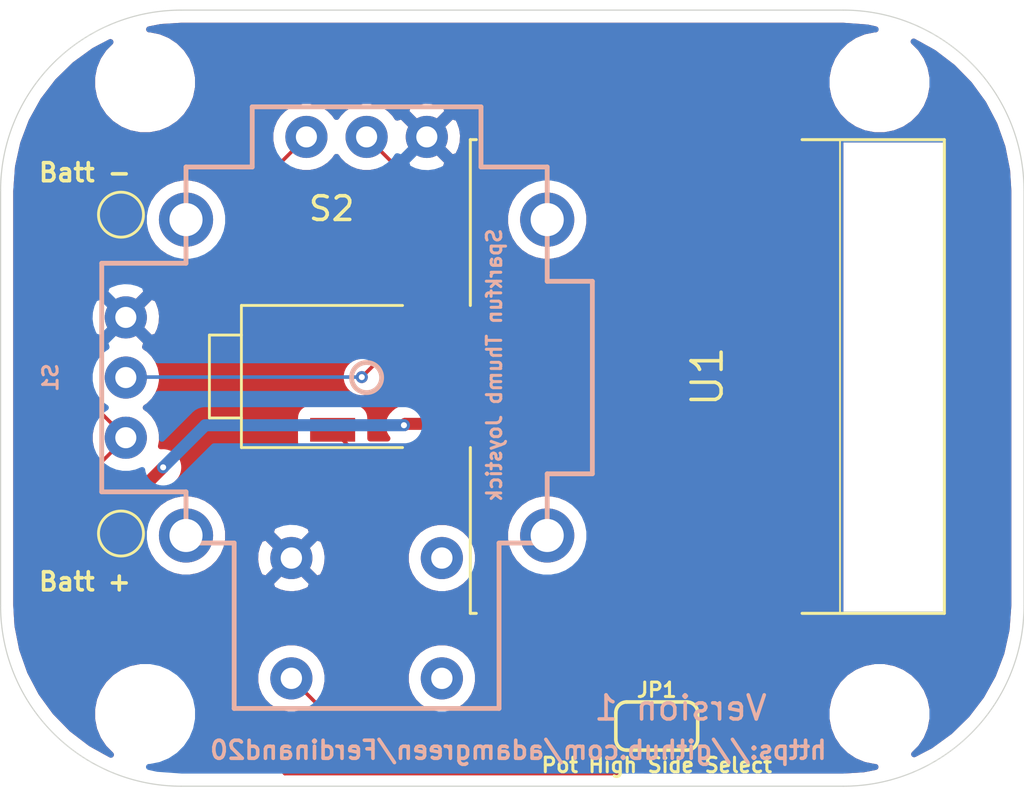
<source format=kicad_pcb>
(kicad_pcb (version 20171130) (host pcbnew "(5.1.6-0-10_14)")

  (general
    (thickness 1.6002)
    (drawings 12)
    (tracks 48)
    (zones 0)
    (modules 10)
    (nets 19)
  )

  (page USLetter)
  (title_block
    (title "Ferdinand20 - Remote Control")
    (date 2020-07-19)
    (rev 1)
    (comment 1 https://creativecommons.org/licenses/by-sa/4.0/)
    (comment 2 "Released under the Creative Commons Attribution Share-Alike 4.0 License")
    (comment 4 "BLE based remote control with analog joystick and deadman switch.")
  )

  (layers
    (0 F.Cu signal)
    (31 B.Cu signal)
    (32 B.Adhes user hide)
    (33 F.Adhes user hide)
    (34 B.Paste user hide)
    (35 F.Paste user hide)
    (36 B.SilkS user)
    (37 F.SilkS user)
    (38 B.Mask user)
    (39 F.Mask user)
    (40 Dwgs.User user)
    (41 Cmts.User user hide)
    (42 Eco1.User user hide)
    (43 Eco2.User user hide)
    (44 Edge.Cuts user)
    (45 Margin user hide)
    (46 B.CrtYd user hide)
    (47 F.CrtYd user hide)
    (48 B.Fab user hide)
    (49 F.Fab user hide)
  )

  (setup
    (last_trace_width 0.1524)
    (trace_clearance 0.1524)
    (zone_clearance 0.508)
    (zone_45_only no)
    (trace_min 0.1524)
    (via_size 0.508)
    (via_drill 0.254)
    (via_min_size 0.508)
    (via_min_drill 0.254)
    (uvia_size 0.508)
    (uvia_drill 0.254)
    (uvias_allowed no)
    (uvia_min_size 0.508)
    (uvia_min_drill 0.254)
    (edge_width 0.05)
    (segment_width 0.2)
    (pcb_text_width 0.3)
    (pcb_text_size 1.5 1.5)
    (mod_edge_width 0.12)
    (mod_text_size 1 1)
    (mod_text_width 0.15)
    (pad_size 1.524 1.524)
    (pad_drill 0.762)
    (pad_to_mask_clearance 0.0508)
    (aux_axis_origin 0 0)
    (visible_elements FFFFFF7F)
    (pcbplotparams
      (layerselection 0x010fc_ffffffff)
      (usegerberextensions false)
      (usegerberattributes true)
      (usegerberadvancedattributes true)
      (creategerberjobfile true)
      (excludeedgelayer true)
      (linewidth 0.100000)
      (plotframeref false)
      (viasonmask false)
      (mode 1)
      (useauxorigin false)
      (hpglpennumber 1)
      (hpglpenspeed 20)
      (hpglpendiameter 15.000000)
      (psnegative false)
      (psa4output false)
      (plotreference true)
      (plotvalue true)
      (plotinvisibletext false)
      (padsonsilk false)
      (subtractmaskfromsilk false)
      (outputformat 1)
      (mirror false)
      (drillshape 1)
      (scaleselection 1)
      (outputdirectory ""))
  )

  (net 0 "")
  (net 1 GND)
  (net 2 VCC)
  (net 3 "Net-(JP1-Pad2)")
  (net 4 "Net-(U1-Pad16)")
  (net 5 "Net-(U1-Pad15)")
  (net 6 "Net-(U1-Pad14)")
  (net 7 "Net-(U1-Pad13)")
  (net 8 "Net-(U1-Pad11)")
  (net 9 "Net-(U1-Pad10)")
  (net 10 "Net-(U1-Pad5)")
  (net 11 "Net-(U1-Pad2)")
  (net 12 JOY_PWR)
  (net 13 JOY_V)
  (net 14 JOY_H)
  (net 15 JOY_BTN)
  (net 16 DEADMAN_SW)
  (net 17 "Net-(U1-Pad12)")
  (net 18 "Net-(U1-Pad9)")

  (net_class Default "This is the default net class."
    (clearance 0.1524)
    (trace_width 0.1524)
    (via_dia 0.508)
    (via_drill 0.254)
    (uvia_dia 0.508)
    (uvia_drill 0.254)
    (add_net DEADMAN_SW)
    (add_net JOY_BTN)
    (add_net JOY_H)
    (add_net JOY_PWR)
    (add_net JOY_V)
    (add_net "Net-(JP1-Pad2)")
    (add_net "Net-(U1-Pad10)")
    (add_net "Net-(U1-Pad11)")
    (add_net "Net-(U1-Pad12)")
    (add_net "Net-(U1-Pad13)")
    (add_net "Net-(U1-Pad14)")
    (add_net "Net-(U1-Pad15)")
    (add_net "Net-(U1-Pad16)")
    (add_net "Net-(U1-Pad2)")
    (add_net "Net-(U1-Pad5)")
    (add_net "Net-(U1-Pad9)")
  )

  (net_class Power ""
    (clearance 0.1524)
    (trace_width 0.508)
    (via_dia 0.508)
    (via_drill 0.254)
    (uvia_dia 0.508)
    (uvia_drill 0.254)
    (add_net GND)
    (add_net VCC)
  )

  (module MountingHole:MountingHole_3.2mm_M3 (layer F.Cu) (tedit 56D1B4CB) (tstamp 5F1416B8)
    (at 148.844 98.552)
    (descr "Mounting Hole 3.2mm, no annular, M3")
    (tags "mounting hole 3.2mm no annular m3")
    (attr virtual)
    (fp_text reference REF** (at 0 -4.2) (layer F.SilkS) hide
      (effects (font (size 1 1) (thickness 0.15)))
    )
    (fp_text value MountingHole_3.2mm_M3 (at 0 4.2) (layer F.Fab)
      (effects (font (size 1 1) (thickness 0.15)))
    )
    (fp_circle (center 0 0) (end 3.45 0) (layer F.CrtYd) (width 0.05))
    (fp_circle (center 0 0) (end 3.2 0) (layer Cmts.User) (width 0.15))
    (fp_text user %R (at 0.3 0) (layer F.Fab)
      (effects (font (size 1 1) (thickness 0.15)))
    )
    (pad 1 np_thru_hole circle (at 0 0) (size 3.2 3.2) (drill 3.2) (layers *.Cu *.Mask))
  )

  (module MountingHole:MountingHole_3.2mm_M3 (layer F.Cu) (tedit 56D1B4CB) (tstamp 5F141635)
    (at 148.844 71.882)
    (descr "Mounting Hole 3.2mm, no annular, M3")
    (tags "mounting hole 3.2mm no annular m3")
    (attr virtual)
    (fp_text reference REF** (at 0 -4.2) (layer F.SilkS) hide
      (effects (font (size 1 1) (thickness 0.15)))
    )
    (fp_text value MountingHole_3.2mm_M3 (at 0 4.2) (layer F.Fab)
      (effects (font (size 1 1) (thickness 0.15)))
    )
    (fp_circle (center 0 0) (end 3.45 0) (layer F.CrtYd) (width 0.05))
    (fp_circle (center 0 0) (end 3.2 0) (layer Cmts.User) (width 0.15))
    (fp_text user %R (at 0.3 0) (layer F.Fab)
      (effects (font (size 1 1) (thickness 0.15)))
    )
    (pad 1 np_thru_hole circle (at 0 0) (size 3.2 3.2) (drill 3.2) (layers *.Cu *.Mask))
  )

  (module MountingHole:MountingHole_3.2mm_M3 (layer F.Cu) (tedit 56D1B4CB) (tstamp 5F141654)
    (at 117.856 71.882)
    (descr "Mounting Hole 3.2mm, no annular, M3")
    (tags "mounting hole 3.2mm no annular m3")
    (attr virtual)
    (fp_text reference REF** (at 0 -4.2) (layer F.SilkS) hide
      (effects (font (size 1 1) (thickness 0.15)))
    )
    (fp_text value MountingHole_3.2mm_M3 (at 0 4.2) (layer F.Fab)
      (effects (font (size 1 1) (thickness 0.15)))
    )
    (fp_circle (center 0 0) (end 3.45 0) (layer F.CrtYd) (width 0.05))
    (fp_circle (center 0 0) (end 3.2 0) (layer Cmts.User) (width 0.15))
    (fp_text user %R (at 0.3 0) (layer F.Fab)
      (effects (font (size 1 1) (thickness 0.15)))
    )
    (pad 1 np_thru_hole circle (at 0 0) (size 3.2 3.2) (drill 3.2) (layers *.Cu *.Mask))
  )

  (module MountingHole:MountingHole_3.2mm_M3 (layer F.Cu) (tedit 56D1B4CB) (tstamp 5F1415D7)
    (at 117.856 98.552)
    (descr "Mounting Hole 3.2mm, no annular, M3")
    (tags "mounting hole 3.2mm no annular m3")
    (attr virtual)
    (fp_text reference REF** (at 0 -4.2) (layer F.SilkS) hide
      (effects (font (size 1 1) (thickness 0.15)))
    )
    (fp_text value MountingHole_3.2mm_M3 (at 0 4.2) (layer F.Fab)
      (effects (font (size 1 1) (thickness 0.15)))
    )
    (fp_circle (center 0 0) (end 3.45 0) (layer F.CrtYd) (width 0.05))
    (fp_circle (center 0 0) (end 3.2 0) (layer Cmts.User) (width 0.15))
    (fp_text user %R (at 0.3 0) (layer F.Fab)
      (effects (font (size 1 1) (thickness 0.15)))
    )
    (pad 1 np_thru_hole circle (at 0 0) (size 3.2 3.2) (drill 3.2) (layers *.Cu *.Mask))
  )

  (module MyLibrary:PTS645V-SPST-RightAngleSwitch (layer F.Cu) (tedit 5F0A942C) (tstamp 5F0CB65E)
    (at 121.92 84.3026 90)
    (descr "C&K Switches PTS645 SPST Right Angle SMD Tactile Momentary NO Switch")
    (tags PTS645)
    (path /5F0CB50E)
    (attr smd)
    (fp_text reference S2 (at 7.0866 3.81 180) (layer F.SilkS)
      (effects (font (size 1 1) (thickness 0.15)))
    )
    (fp_text value "DeadMan Switch" (at 0 -2.9 90) (layer F.Fab)
      (effects (font (size 1 1) (thickness 0.15)))
    )
    (fp_line (start 6 -0.2) (end 6 7) (layer F.CrtYd) (width 0.12))
    (fp_line (start 1.9 -0.2) (end 6 -0.2) (layer F.CrtYd) (width 0.12))
    (fp_line (start 1.9 -1.5) (end 1.9 -0.2) (layer F.CrtYd) (width 0.12))
    (fp_line (start -1.9 -1.5) (end 1.9 -1.5) (layer F.CrtYd) (width 0.12))
    (fp_line (start -1.9 -0.2) (end -1.9 -1.5) (layer F.CrtYd) (width 0.12))
    (fp_line (start -6 -0.2) (end -1.9 -0.2) (layer F.CrtYd) (width 0.12))
    (fp_line (start -6 7) (end -6 -0.2) (layer F.CrtYd) (width 0.12))
    (fp_line (start 6 7) (end -6 7) (layer F.CrtYd) (width 0.12))
    (fp_line (start 1.75 -1.35) (end 1.75 0) (layer F.SilkS) (width 0.12))
    (fp_line (start -1.75 -1.35) (end 1.75 -1.35) (layer F.SilkS) (width 0.12))
    (fp_line (start -1.75 0) (end -1.75 -1.35) (layer F.SilkS) (width 0.12))
    (fp_line (start -3 0) (end -3 6.8) (layer F.SilkS) (width 0.12))
    (fp_line (start 3 0) (end 3 6.8) (layer F.SilkS) (width 0.12))
    (fp_line (start -3 0) (end 3 0) (layer F.SilkS) (width 0.12))
    (pad 3 smd rect (at 5.05 6.1 90) (size 1.5 1.3) (layers F.Cu F.Paste F.Mask)
      (net 1 GND))
    (pad 3 smd rect (at -5.05 6.1 90) (size 1.5 1.3) (layers F.Cu F.Paste F.Mask)
      (net 1 GND))
    (pad 3 smd rect (at 5.05 1.5 90) (size 1.5 1.3) (layers F.Cu F.Paste F.Mask)
      (net 1 GND))
    (pad 3 smd rect (at -5.05 1.5 90) (size 1.5 1.3) (layers F.Cu F.Paste F.Mask)
      (net 1 GND))
    (pad 2 smd rect (at 2.25 3.85 90) (size 1 1.9) (layers F.Cu F.Paste F.Mask)
      (net 1 GND))
    (pad 1 smd rect (at -2.25 3.85 90) (size 1 1.9) (layers F.Cu F.Paste F.Mask)
      (net 16 DEADMAN_SW))
  )

  (module TestPoint:TestPoint_Pad_D1.5mm (layer F.Cu) (tedit 5A0F774F) (tstamp 5F0C5C04)
    (at 116.84 77.47)
    (descr "SMD pad as test Point, diameter 1.5mm")
    (tags "test point SMD pad")
    (path /5F0C37CF)
    (attr virtual)
    (fp_text reference TP2 (at 0 -1.998) (layer F.SilkS) hide
      (effects (font (size 1 1) (thickness 0.15)))
    )
    (fp_text value Batt- (at 0 2.05) (layer F.Fab)
      (effects (font (size 1 1) (thickness 0.15)))
    )
    (fp_circle (center 0 0) (end 0 0.95) (layer F.SilkS) (width 0.12))
    (fp_circle (center 0 0) (end 1.25 0) (layer F.CrtYd) (width 0.05))
    (fp_text user %R (at 0 -2) (layer F.Fab)
      (effects (font (size 1 1) (thickness 0.15)))
    )
    (pad 1 smd circle (at 0 0) (size 1.5 1.5) (layers F.Cu F.Mask)
      (net 1 GND))
  )

  (module TestPoint:TestPoint_Pad_D1.5mm (layer F.Cu) (tedit 5A0F774F) (tstamp 5F0C5BFC)
    (at 116.84 90.932)
    (descr "SMD pad as test Point, diameter 1.5mm")
    (tags "test point SMD pad")
    (path /5F0C22AF)
    (attr virtual)
    (fp_text reference TP1 (at 0 -1.998) (layer F.SilkS) hide
      (effects (font (size 1 1) (thickness 0.15)))
    )
    (fp_text value Batt+ (at 0 2.05) (layer F.Fab)
      (effects (font (size 1 1) (thickness 0.15)))
    )
    (fp_circle (center 0 0) (end 0 0.95) (layer F.SilkS) (width 0.12))
    (fp_circle (center 0 0) (end 1.25 0) (layer F.CrtYd) (width 0.05))
    (fp_text user %R (at 0 -2) (layer F.Fab)
      (effects (font (size 1 1) (thickness 0.15)))
    )
    (pad 1 smd circle (at 0 0) (size 1.5 1.5) (layers F.Cu F.Mask)
      (net 2 VCC))
  )

  (module adam_custom:adam_custom-N5150M4CD_TOP (layer F.Cu) (tedit 200000) (tstamp 5F0B0B27)
    (at 141.5796 84.3026 270)
    (path /5F095665)
    (attr smd)
    (fp_text reference U1 (at 0 0 90) (layer F.SilkS)
      (effects (font (size 1.27 1.27) (thickness 0.15)))
    )
    (fp_text value DYNASTREAM_N5150M4CDTOP (at 0 0 90) (layer F.SilkS) hide
      (effects (font (size 1.27 1.27) (thickness 0.15)))
    )
    (fp_line (start -9.99998 -5.59816) (end 9.99998 -5.59816) (layer F.SilkS) (width 0.06604))
    (fp_line (start 9.99998 -5.59816) (end 9.99998 -9.99998) (layer F.SilkS) (width 0.06604))
    (fp_line (start -9.99998 -9.99998) (end 9.99998 -9.99998) (layer F.SilkS) (width 0.06604))
    (fp_line (start -9.99998 -5.59816) (end -9.99998 -9.99998) (layer F.SilkS) (width 0.06604))
    (fp_line (start -9.99998 -5.59816) (end 9.99998 -5.59816) (layer F.SilkS) (width 0.06604))
    (fp_line (start 9.99998 -5.59816) (end 9.99998 -9.99998) (layer F.SilkS) (width 0.06604))
    (fp_line (start -9.99998 -9.99998) (end 9.99998 -9.99998) (layer F.SilkS) (width 0.06604))
    (fp_line (start -9.99998 -5.59816) (end -9.99998 -9.99998) (layer F.SilkS) (width 0.06604))
    (fp_line (start -9.99998 -9.99998) (end 9.99998 -9.99998) (layer F.SilkS) (width 0.127))
    (fp_line (start -9.99998 -9.99998) (end -9.99998 -3.99796) (layer F.SilkS) (width 0.127))
    (fp_line (start 9.99998 -9.99998) (end 9.99998 -3.99796) (layer F.SilkS) (width 0.127))
    (fp_line (start -9.99998 9.99998) (end -2.99974 9.99998) (layer F.SilkS) (width 0.127))
    (fp_line (start 9.99998 9.99998) (end 2.99974 9.99998) (layer F.SilkS) (width 0.127))
    (fp_line (start -9.99998 9.74852) (end -9.99998 9.99998) (layer F.SilkS) (width 0.127))
    (fp_line (start 9.99998 9.74852) (end 9.99998 9.99998) (layer F.SilkS) (width 0.127))
    (pad 17 smd rect (at -10.2489 8.99922 270) (size 3.49758 0.89916) (layers F.Cu F.Paste F.Mask)
      (net 14 JOY_H))
    (pad 16 smd rect (at -10.2489 6.9977 270) (size 3.49758 0.89916) (layers F.Cu F.Paste F.Mask)
      (net 4 "Net-(U1-Pad16)"))
    (pad 15 smd rect (at -10.2489 4.99872 270) (size 3.49758 0.89916) (layers F.Cu F.Paste F.Mask)
      (net 5 "Net-(U1-Pad15)"))
    (pad 14 smd rect (at -10.49782 2.99974 270) (size 2.99974 0.89916) (layers F.Cu F.Paste F.Mask)
      (net 6 "Net-(U1-Pad14)"))
    (pad 13 smd rect (at -10.49782 0.99822 270) (size 2.99974 0.89916) (layers F.Cu F.Paste F.Mask)
      (net 7 "Net-(U1-Pad13)"))
    (pad 12 smd rect (at -10.49782 -0.99822 270) (size 2.99974 0.89916) (layers F.Cu F.Paste F.Mask)
      (net 17 "Net-(U1-Pad12)"))
    (pad 11 smd rect (at -10.49782 -2.99974 270) (size 2.99974 0.89916) (layers F.Cu F.Paste F.Mask)
      (net 8 "Net-(U1-Pad11)"))
    (pad 10 smd rect (at 10.2489 -2.99974 270) (size 3.49758 0.89916) (layers F.Cu F.Paste F.Mask)
      (net 9 "Net-(U1-Pad10)"))
    (pad 9 smd rect (at 10.2489 -0.99822 270) (size 3.49758 0.89916) (layers F.Cu F.Paste F.Mask)
      (net 18 "Net-(U1-Pad9)"))
    (pad 8 smd rect (at 10.2489 0.99822 270) (size 3.49758 0.89916) (layers F.Cu F.Paste F.Mask)
      (net 12 JOY_PWR))
    (pad 7 smd rect (at 10.2489 2.99974 270) (size 3.49758 0.89916) (layers F.Cu F.Paste F.Mask)
      (net 16 DEADMAN_SW))
    (pad 6 smd rect (at 10.2489 4.99872 270) (size 3.49758 0.89916) (layers F.Cu F.Paste F.Mask)
      (net 15 JOY_BTN))
    (pad 5 smd rect (at 10.2489 6.9977 270) (size 3.49758 0.89916) (layers F.Cu F.Paste F.Mask)
      (net 10 "Net-(U1-Pad5)"))
    (pad 4 smd rect (at 10.2489 8.99922 270) (size 3.49758 0.89916) (layers F.Cu F.Paste F.Mask)
      (net 1 GND))
    (pad 3 smd rect (at 1.99898 9.99998) (size 2.99974 0.89916) (layers F.Cu F.Paste F.Mask)
      (net 2 VCC))
    (pad 2 smd rect (at 0 9.99998) (size 2.99974 0.89916) (layers F.Cu F.Paste F.Mask)
      (net 11 "Net-(U1-Pad2)"))
    (pad 1 smd rect (at -1.99898 9.99998) (size 2.99974 0.89916) (layers F.Cu F.Paste F.Mask)
      (net 13 JOY_V))
  )

  (module Sparkfun-Switches:JOYSTICK (layer B.Cu) (tedit 200000) (tstamp 5F0B0924)
    (at 127.203201 84.347201)
    (descr "THUMB JOYSTICK")
    (tags "THUMB JOYSTICK")
    (path /5F096E4D)
    (attr virtual)
    (fp_text reference S1 (at -13.335 0 -90) (layer B.SilkS)
      (effects (font (size 0.6096 0.6096) (thickness 0.127)) (justify mirror))
    )
    (fp_text value "Sparkfun Thumb Joystick" (at 5.384799 -0.527201 -90) (layer B.SilkS)
      (effects (font (size 0.6096 0.6096) (thickness 0.127)) (justify mirror))
    )
    (fp_circle (center 0 0) (end 0 12.7) (layer Dwgs.User) (width 0.2032))
    (fp_circle (center 0 0) (end 0 0.635) (layer B.SilkS) (width 0.2032))
    (fp_line (start 0.635 7.62) (end 1.905 7.62) (layer Dwgs.User) (width 0.2032))
    (fp_line (start -0.635 7.62) (end 0.635 8.255) (layer Dwgs.User) (width 0.2032))
    (fp_line (start -1.905 7.62) (end -0.635 7.62) (layer Dwgs.User) (width 0.2032))
    (fp_line (start -7.62 -4.826) (end -7.62 -8.89) (layer B.SilkS) (width 0.2032))
    (fp_line (start -7.62 4.826) (end -7.62 6.985) (layer B.SilkS) (width 0.2032))
    (fp_line (start -11.176 4.826) (end -11.176 -4.826) (layer B.SilkS) (width 0.2032))
    (fp_line (start -7.62 -4.826) (end -11.176 -4.826) (layer B.SilkS) (width 0.2032))
    (fp_line (start -7.62 4.826) (end -11.176 4.826) (layer B.SilkS) (width 0.2032))
    (fp_line (start -5.588 13.97) (end -5.588 6.985) (layer B.SilkS) (width 0.2032))
    (fp_line (start 5.588 13.97) (end 5.588 6.985) (layer B.SilkS) (width 0.2032))
    (fp_line (start -5.588 6.985) (end -7.62 6.985) (layer B.SilkS) (width 0.2032))
    (fp_line (start 7.62 6.985) (end 5.588 6.985) (layer B.SilkS) (width 0.2032))
    (fp_line (start 7.62 -4.064) (end 9.525 -4.064) (layer B.SilkS) (width 0.2032))
    (fp_line (start 7.62 4.064) (end 9.525 4.064) (layer B.SilkS) (width 0.2032))
    (fp_line (start 7.62 -4.064) (end 7.62 -8.89) (layer B.SilkS) (width 0.2032))
    (fp_line (start 7.62 4.064) (end 7.62 6.985) (layer B.SilkS) (width 0.2032))
    (fp_line (start 9.525 4.064) (end 9.525 -4.064) (layer B.SilkS) (width 0.2032))
    (fp_line (start -4.826 -8.89) (end -7.62 -8.89) (layer B.SilkS) (width 0.2032))
    (fp_line (start 4.826 -8.89) (end 7.62 -8.89) (layer B.SilkS) (width 0.2032))
    (fp_line (start -4.826 -11.43) (end -4.826 -8.89) (layer B.SilkS) (width 0.2032))
    (fp_line (start 4.826 -11.43) (end 4.826 -8.89) (layer B.SilkS) (width 0.2032))
    (fp_line (start 4.826 -11.43) (end -4.826 -11.43) (layer B.SilkS) (width 0.2032))
    (fp_line (start 5.588 13.97) (end -5.588 13.97) (layer B.SilkS) (width 0.2032))
    (pad V3 thru_hole circle (at -10.16 -2.54) (size 1.778 1.778) (drill 0.889) (layers *.Cu *.Mask)
      (net 1 GND) (solder_mask_margin 0.1016))
    (pad V2 thru_hole circle (at -10.16 0) (size 1.778 1.778) (drill 0.889) (layers *.Cu *.Mask)
      (net 13 JOY_V) (solder_mask_margin 0.1016))
    (pad V1 thru_hole circle (at -10.16 2.54) (size 1.778 1.778) (drill 0.889) (layers *.Cu *.Mask)
      (net 3 "Net-(JP1-Pad2)") (solder_mask_margin 0.1016))
    (pad MOUN thru_hole circle (at 7.62 6.6675) (size 2.286 2.286) (drill 1.397) (layers *.Cu *.Mask)
      (solder_mask_margin 0.1016))
    (pad MOUN thru_hole circle (at 7.62 -6.6675) (size 2.286 2.286) (drill 1.397) (layers *.Cu *.Mask)
      (solder_mask_margin 0.1016))
    (pad MOUN thru_hole circle (at -7.62 -6.6675) (size 2.286 2.286) (drill 1.397) (layers *.Cu *.Mask)
      (solder_mask_margin 0.1016))
    (pad MOUN thru_hole circle (at -7.62 6.6675) (size 2.286 2.286) (drill 1.397) (layers *.Cu *.Mask)
      (solder_mask_margin 0.1016))
    (pad H3 thru_hole circle (at 2.54 -10.16) (size 1.778 1.778) (drill 0.889) (layers *.Cu *.Mask)
      (net 1 GND) (solder_mask_margin 0.1016))
    (pad H2 thru_hole circle (at 0 -10.16) (size 1.778 1.778) (drill 0.889) (layers *.Cu *.Mask)
      (net 14 JOY_H) (solder_mask_margin 0.1016))
    (pad H1 thru_hole circle (at -2.54 -10.16) (size 1.778 1.778) (drill 0.889) (layers *.Cu *.Mask)
      (net 3 "Net-(JP1-Pad2)") (solder_mask_margin 0.1016))
    (pad B2B thru_hole circle (at 3.175 7.62) (size 1.778 1.778) (drill 0.89916) (layers *.Cu *.Mask)
      (solder_mask_margin 0.1016))
    (pad B2A thru_hole circle (at -3.175 7.62) (size 1.778 1.778) (drill 0.89916) (layers *.Cu *.Mask)
      (net 1 GND) (solder_mask_margin 0.1016))
    (pad B1B thru_hole circle (at 3.175 12.7) (size 1.778 1.778) (drill 0.89916) (layers *.Cu *.Mask)
      (solder_mask_margin 0.1016))
    (pad B1A thru_hole circle (at -3.175 12.7) (size 1.778 1.778) (drill 0.89916) (layers *.Cu *.Mask)
      (net 15 JOY_BTN) (solder_mask_margin 0.1016))
  )

  (module Sparkfun-Jumpers:SMT-JUMPER_3_1-NC_TRACE_SILK (layer F.Cu) (tedit 59629358) (tstamp 5F0CB7B6)
    (at 139.446 99.06)
    (path /5F0ABB0A)
    (attr smd)
    (fp_text reference JP1 (at 0 -1.524) (layer F.SilkS)
      (effects (font (size 0.6096 0.6096) (thickness 0.127)))
    )
    (fp_text value "Pot High Side Select" (at 0 1.651) (layer F.SilkS)
      (effects (font (size 0.6096 0.6096) (thickness 0.127)))
    )
    (fp_line (start 0 0) (end 1.016 0) (layer F.Cu) (width 0.254))
    (fp_line (start -1.27 -1.016) (end 1.27 -1.016) (layer F.SilkS) (width 0.1524))
    (fp_line (start -1.7272 0.5588) (end -1.7272 -0.5588) (layer F.SilkS) (width 0.1524))
    (fp_line (start 1.7272 0.5588) (end 1.7272 -0.5588) (layer F.SilkS) (width 0.1524))
    (fp_line (start 1.27 1.016) (end -1.27 1.016) (layer F.SilkS) (width 0.1524))
    (fp_arc (start 1.27 0.5588) (end 1.7272 0.5588) (angle 90) (layer F.SilkS) (width 0.1524))
    (fp_arc (start -1.27 0.5588) (end -1.27 1.016) (angle 90) (layer F.SilkS) (width 0.1524))
    (fp_arc (start -1.27 -0.5588) (end -1.7272 -0.5588) (angle 90) (layer F.SilkS) (width 0.1524))
    (fp_arc (start 1.27 -0.5588) (end 1.27 -1.016) (angle 90) (layer F.SilkS) (width 0.1524))
    (pad 3 smd rect (at 1.016 0) (size 0.635 1.27) (layers F.Cu F.Mask)
      (net 12 JOY_PWR) (solder_mask_margin 0.1016))
    (pad 2 smd rect (at 0 0) (size 0.635 1.27) (layers F.Cu F.Mask)
      (net 3 "Net-(JP1-Pad2)") (solder_mask_margin 0.1016))
    (pad 1 smd rect (at -1.016 0) (size 0.635 1.27) (layers F.Cu F.Mask)
      (net 2 VCC) (solder_mask_margin 0.1016))
  )

  (gr_text "Version 1" (at 140.449905 98.298) (layer B.SilkS)
    (effects (font (size 1.016 1.016) (thickness 0.1524)) (justify mirror))
  )
  (gr_text https://github.com/adamgreen/Ferdinand20 (at 133.604 100.076) (layer B.SilkS)
    (effects (font (size 0.762 0.762) (thickness 0.1524)) (justify mirror))
  )
  (gr_text "Batt -" (at 115.316 75.692) (layer F.SilkS)
    (effects (font (size 0.762 0.762) (thickness 0.1524)))
  )
  (gr_text "Batt +" (at 115.316 92.964) (layer F.SilkS)
    (effects (font (size 0.762 0.762) (thickness 0.1524)))
  )
  (gr_line (start 111.76 93.98) (end 111.76 76.454) (layer Edge.Cuts) (width 0.05) (tstamp 5F13E765))
  (gr_line (start 147.32 101.6) (end 119.38 101.6) (layer Edge.Cuts) (width 0.05) (tstamp 5F13E75C))
  (gr_line (start 154.94 76.454) (end 154.94 93.98) (layer Edge.Cuts) (width 0.05) (tstamp 5F13E74F))
  (gr_line (start 119.38 68.834) (end 147.32 68.834) (layer Edge.Cuts) (width 0.05) (tstamp 5F13E740))
  (gr_arc (start 147.32 93.98) (end 147.32 101.6) (angle -90) (layer Edge.Cuts) (width 0.05))
  (gr_arc (start 147.32 76.454) (end 154.94 76.454) (angle -90) (layer Edge.Cuts) (width 0.05))
  (gr_arc (start 119.38 76.454) (end 119.38 68.834) (angle -90) (layer Edge.Cuts) (width 0.05))
  (gr_arc (start 119.38 93.98) (end 111.76 93.98) (angle -90) (layer Edge.Cuts) (width 0.05))

  (segment (start 136.906 100.584) (end 138.43 99.06) (width 0.508) (layer F.Cu) (net 2))
  (via (at 128.778 86.36) (size 0.508) (drill 0.254) (layers F.Cu B.Cu) (net 2))
  (segment (start 128.83642 86.30158) (end 128.778 86.36) (width 0.508) (layer F.Cu) (net 2))
  (segment (start 131.57962 86.30158) (end 128.83642 86.30158) (width 0.508) (layer F.Cu) (net 2))
  (segment (start 128.778 86.36) (end 120.65 86.36) (width 0.508) (layer B.Cu) (net 2))
  (via (at 118.618 88.138) (size 0.508) (drill 0.254) (layers F.Cu B.Cu) (net 2))
  (segment (start 120.396 86.36) (end 118.618 88.138) (width 0.508) (layer B.Cu) (net 2))
  (segment (start 120.65 86.36) (end 120.396 86.36) (width 0.508) (layer B.Cu) (net 2))
  (segment (start 118.618 88.138) (end 116.84 89.916) (width 0.508) (layer F.Cu) (net 2))
  (segment (start 116.84 89.916) (end 116.84 90.932) (width 0.508) (layer F.Cu) (net 2))
  (segment (start 136.906 100.584) (end 123.952 100.584) (width 0.508) (layer F.Cu) (net 2))
  (segment (start 116.84 93.472) (end 116.84 90.932) (width 0.508) (layer F.Cu) (net 2))
  (segment (start 123.952 100.584) (end 116.84 93.472) (width 0.508) (layer F.Cu) (net 2))
  (segment (start 117.043201 86.887201) (end 115.57 88.360402) (width 0.1524) (layer F.Cu) (net 3))
  (segment (start 139.298702 99.41561) (end 139.194546 99.311454) (width 0.1524) (layer F.Cu) (net 3))
  (segment (start 139.438372 99.41561) (end 139.298702 99.41561) (width 0.1524) (layer F.Cu) (net 3))
  (segment (start 137.787372 101.06661) (end 139.438372 99.41561) (width 0.1524) (layer F.Cu) (net 3))
  (segment (start 115.316 85.16) (end 117.043201 86.887201) (width 0.1524) (layer F.Cu) (net 3))
  (segment (start 115.316 80.772) (end 115.316 85.16) (width 0.1524) (layer F.Cu) (net 3))
  (segment (start 116.078 80.01) (end 115.316 80.772) (width 0.1524) (layer F.Cu) (net 3))
  (segment (start 124.663201 74.187201) (end 121.92 76.930402) (width 0.1524) (layer F.Cu) (net 3))
  (segment (start 121.92 78.486) (end 120.396 80.01) (width 0.1524) (layer F.Cu) (net 3))
  (segment (start 120.396 80.01) (end 116.078 80.01) (width 0.1524) (layer F.Cu) (net 3))
  (segment (start 121.92 76.930402) (end 121.92 78.486) (width 0.1524) (layer F.Cu) (net 3))
  (segment (start 123.752097 101.06661) (end 115.57 92.884513) (width 0.1524) (layer F.Cu) (net 3))
  (segment (start 137.787372 101.06661) (end 123.752097 101.06661) (width 0.1524) (layer F.Cu) (net 3))
  (segment (start 115.57 92.884513) (end 115.57 88.360402) (width 0.1524) (layer F.Cu) (net 3))
  (segment (start 140.58138 98.676472) (end 140.713454 98.808546) (width 0.1524) (layer F.Cu) (net 12))
  (segment (start 140.58138 94.5515) (end 140.58138 98.676472) (width 0.1524) (layer F.Cu) (net 12))
  (segment (start 131.57962 82.30362) (end 129.02438 82.30362) (width 0.1524) (layer F.Cu) (net 13))
  (segment (start 129.02438 82.30362) (end 126.980799 84.347201) (width 0.1524) (layer F.Cu) (net 13))
  (via (at 127 84.328) (size 0.508) (drill 0.254) (layers F.Cu B.Cu) (net 13))
  (segment (start 126.980799 84.347201) (end 127 84.328) (width 0.1524) (layer F.Cu) (net 13))
  (segment (start 117.062402 84.328) (end 117.043201 84.347201) (width 0.1524) (layer B.Cu) (net 13))
  (segment (start 127 84.328) (end 117.062402 84.328) (width 0.1524) (layer B.Cu) (net 13))
  (segment (start 132.58038 74.0537) (end 132.58038 74.93762) (width 0.1524) (layer F.Cu) (net 14))
  (segment (start 132.58038 74.0537) (end 132.58038 75.69962) (width 0.1524) (layer F.Cu) (net 14))
  (segment (start 132.58038 75.69962) (end 132.08 76.2) (width 0.1524) (layer F.Cu) (net 14))
  (segment (start 129.216 76.2) (end 127.203201 74.187201) (width 0.1524) (layer F.Cu) (net 14))
  (segment (start 132.08 76.2) (end 129.216 76.2) (width 0.1524) (layer F.Cu) (net 14))
  (segment (start 136.58088 94.5515) (end 136.58088 98.11512) (width 0.1524) (layer F.Cu) (net 15))
  (segment (start 136.58088 98.11512) (end 135.636 99.06) (width 0.1524) (layer F.Cu) (net 15))
  (segment (start 126.041 99.06) (end 124.028201 97.047201) (width 0.1524) (layer F.Cu) (net 15))
  (segment (start 135.636 99.06) (end 126.041 99.06) (width 0.1524) (layer F.Cu) (net 15))
  (segment (start 138.57986 94.5515) (end 138.57986 91.33586) (width 0.1524) (layer F.Cu) (net 16))
  (segment (start 138.57986 91.33586) (end 134.874 87.63) (width 0.1524) (layer F.Cu) (net 16))
  (segment (start 126.8474 87.63) (end 125.77 86.5526) (width 0.1524) (layer F.Cu) (net 16))
  (segment (start 134.874 87.63) (end 126.8474 87.63) (width 0.1524) (layer F.Cu) (net 16))

  (zone (net 0) (net_name "") (layers F&B.Cu) (tstamp 0) (hatch edge 0.508)
    (connect_pads (clearance 0.508))
    (min_thickness 0.254)
    (keepout (tracks not_allowed) (vias not_allowed) (copperpour not_allowed))
    (fill (arc_segments 32) (thermal_gap 0.508) (thermal_bridge_width 0.508))
    (polygon
      (pts
        (xy 151.638 94.234) (xy 147.32 94.234) (xy 147.32 74.422) (xy 151.638 74.422)
      )
    )
  )
  (zone (net 1) (net_name GND) (layer F.Cu) (tstamp 5F14288B) (hatch edge 0.508)
    (connect_pads (clearance 0.508))
    (min_thickness 0.254)
    (fill yes (arc_segments 32) (thermal_gap 0.508) (thermal_bridge_width 0.508))
    (polygon
      (pts
        (xy 154.94 101.6) (xy 111.76 101.6) (xy 111.76 68.834) (xy 154.94 68.834)
      )
    )
    (filled_polygon
      (pts
        (xy 148.32447 69.568617) (xy 148.679496 69.647) (xy 148.623872 69.647) (xy 148.192075 69.73289) (xy 147.785331 69.901369)
        (xy 147.419271 70.145962) (xy 147.107962 70.457271) (xy 146.863369 70.823331) (xy 146.69489 71.230075) (xy 146.609 71.661872)
        (xy 146.609 72.102128) (xy 146.69489 72.533925) (xy 146.863369 72.940669) (xy 147.107962 73.306729) (xy 147.419271 73.618038)
        (xy 147.785331 73.862631) (xy 148.192075 74.03111) (xy 148.623872 74.117) (xy 149.064128 74.117) (xy 149.495925 74.03111)
        (xy 149.902669 73.862631) (xy 150.268729 73.618038) (xy 150.580038 73.306729) (xy 150.824631 72.940669) (xy 150.99311 72.533925)
        (xy 151.079 72.102128) (xy 151.079 71.661872) (xy 150.99311 71.230075) (xy 150.824631 70.823331) (xy 150.580038 70.457271)
        (xy 150.284852 70.162085) (xy 151.130095 70.631575) (xy 151.930687 71.242569) (xy 152.634694 71.962732) (xy 153.22737 72.776987)
        (xy 153.696296 73.668269) (xy 154.031647 74.6179) (xy 154.227127 75.609692) (xy 154.28 76.474164) (xy 154.280001 93.95608)
        (xy 154.205382 94.98447) (xy 153.988262 95.967896) (xy 153.631454 96.909675) (xy 153.142424 97.790095) (xy 152.531435 98.590684)
        (xy 151.811268 99.294694) (xy 150.997013 99.88737) (xy 150.305657 100.25111) (xy 150.580038 99.976729) (xy 150.824631 99.610669)
        (xy 150.99311 99.203925) (xy 151.079 98.772128) (xy 151.079 98.331872) (xy 150.99311 97.900075) (xy 150.824631 97.493331)
        (xy 150.580038 97.127271) (xy 150.268729 96.815962) (xy 149.902669 96.571369) (xy 149.495925 96.40289) (xy 149.064128 96.317)
        (xy 148.623872 96.317) (xy 148.192075 96.40289) (xy 147.785331 96.571369) (xy 147.419271 96.815962) (xy 147.107962 97.127271)
        (xy 146.863369 97.493331) (xy 146.69489 97.900075) (xy 146.609 98.331872) (xy 146.609 98.772128) (xy 146.69489 99.203925)
        (xy 146.863369 99.610669) (xy 147.107962 99.976729) (xy 147.419271 100.288038) (xy 147.785331 100.532631) (xy 148.192075 100.70111)
        (xy 148.623872 100.787) (xy 148.672313 100.787) (xy 148.164309 100.887127) (xy 147.299835 100.94) (xy 138.91977 100.94)
        (xy 139.526698 100.333072) (xy 139.7635 100.333072) (xy 139.887982 100.320812) (xy 139.954 100.300786) (xy 140.020018 100.320812)
        (xy 140.1445 100.333072) (xy 140.7795 100.333072) (xy 140.903982 100.320812) (xy 141.02368 100.284502) (xy 141.133994 100.225537)
        (xy 141.230685 100.146185) (xy 141.310037 100.049494) (xy 141.369002 99.93918) (xy 141.405312 99.819482) (xy 141.417572 99.695)
        (xy 141.417572 98.915382) (xy 141.428094 98.808546) (xy 141.417572 98.70171) (xy 141.417572 98.425) (xy 141.405312 98.300518)
        (xy 141.369002 98.18082) (xy 141.310037 98.070506) (xy 141.29258 98.049235) (xy 141.29258 96.88047) (xy 141.385454 96.830827)
        (xy 141.482145 96.751475) (xy 141.561497 96.654784) (xy 141.5796 96.620916) (xy 141.597703 96.654784) (xy 141.677055 96.751475)
        (xy 141.773746 96.830827) (xy 141.88406 96.889792) (xy 142.003758 96.926102) (xy 142.12824 96.938362) (xy 143.0274 96.938362)
        (xy 143.151882 96.926102) (xy 143.27158 96.889792) (xy 143.381894 96.830827) (xy 143.478585 96.751475) (xy 143.557937 96.654784)
        (xy 143.57858 96.616164) (xy 143.599223 96.654784) (xy 143.678575 96.751475) (xy 143.775266 96.830827) (xy 143.88558 96.889792)
        (xy 144.005278 96.926102) (xy 144.12976 96.938362) (xy 145.02892 96.938362) (xy 145.153402 96.926102) (xy 145.2731 96.889792)
        (xy 145.383414 96.830827) (xy 145.480105 96.751475) (xy 145.559457 96.654784) (xy 145.618422 96.54447) (xy 145.654732 96.424772)
        (xy 145.666992 96.30029) (xy 145.666992 92.80271) (xy 145.654732 92.678228) (xy 145.618422 92.55853) (xy 145.559457 92.448216)
        (xy 145.480105 92.351525) (xy 145.383414 92.272173) (xy 145.2731 92.213208) (xy 145.153402 92.176898) (xy 145.02892 92.164638)
        (xy 144.12976 92.164638) (xy 144.005278 92.176898) (xy 143.88558 92.213208) (xy 143.775266 92.272173) (xy 143.678575 92.351525)
        (xy 143.599223 92.448216) (xy 143.57858 92.486836) (xy 143.557937 92.448216) (xy 143.478585 92.351525) (xy 143.381894 92.272173)
        (xy 143.27158 92.213208) (xy 143.151882 92.176898) (xy 143.0274 92.164638) (xy 142.12824 92.164638) (xy 142.003758 92.176898)
        (xy 141.88406 92.213208) (xy 141.773746 92.272173) (xy 141.677055 92.351525) (xy 141.597703 92.448216) (xy 141.5796 92.482084)
        (xy 141.561497 92.448216) (xy 141.482145 92.351525) (xy 141.385454 92.272173) (xy 141.27514 92.213208) (xy 141.155442 92.176898)
        (xy 141.03096 92.164638) (xy 140.1318 92.164638) (xy 140.007318 92.176898) (xy 139.88762 92.213208) (xy 139.777306 92.272173)
        (xy 139.680615 92.351525) (xy 139.601263 92.448216) (xy 139.58062 92.486836) (xy 139.559977 92.448216) (xy 139.480625 92.351525)
        (xy 139.383934 92.272173) (xy 139.29106 92.22253) (xy 139.29106 91.370777) (xy 139.294499 91.335859) (xy 139.29106 91.300941)
        (xy 139.29106 91.300924) (xy 139.280769 91.19644) (xy 139.240102 91.062379) (xy 139.204466 90.995708) (xy 139.174062 90.938826)
        (xy 139.107457 90.857668) (xy 139.107453 90.857664) (xy 139.085187 90.830533) (xy 139.058056 90.808267) (xy 135.401602 87.151815)
        (xy 135.379327 87.124673) (xy 135.271033 87.035798) (xy 135.147481 86.969758) (xy 135.01342 86.929091) (xy 134.908936 86.9188)
        (xy 134.908926 86.9188) (xy 134.874 86.91536) (xy 134.839074 86.9188) (xy 133.69221 86.9188) (xy 133.705302 86.875642)
        (xy 133.717562 86.75116) (xy 133.717562 85.852) (xy 133.705302 85.727518) (xy 133.668992 85.60782) (xy 133.610027 85.497506)
        (xy 133.530675 85.400815) (xy 133.433984 85.321463) (xy 133.39774 85.30209) (xy 133.433984 85.282717) (xy 133.530675 85.203365)
        (xy 133.610027 85.106674) (xy 133.668992 84.99636) (xy 133.705302 84.876662) (xy 133.717562 84.75218) (xy 133.717562 83.85302)
        (xy 133.705302 83.728538) (xy 133.668992 83.60884) (xy 133.610027 83.498526) (xy 133.530675 83.401835) (xy 133.433984 83.322483)
        (xy 133.39774 83.30311) (xy 133.433984 83.283737) (xy 133.530675 83.204385) (xy 133.610027 83.107694) (xy 133.668992 82.99738)
        (xy 133.705302 82.877682) (xy 133.717562 82.7532) (xy 133.717562 81.85404) (xy 133.705302 81.729558) (xy 133.668992 81.60986)
        (xy 133.610027 81.499546) (xy 133.530675 81.402855) (xy 133.433984 81.323503) (xy 133.32367 81.264538) (xy 133.203972 81.228228)
        (xy 133.07949 81.215968) (xy 130.07975 81.215968) (xy 129.955268 81.228228) (xy 129.83557 81.264538) (xy 129.725256 81.323503)
        (xy 129.628565 81.402855) (xy 129.549213 81.499546) (xy 129.49957 81.59242) (xy 129.059308 81.59242) (xy 129.02438 81.58898)
        (xy 128.989451 81.59242) (xy 128.989444 81.59242) (xy 128.88496 81.602711) (xy 128.750899 81.643378) (xy 128.627347 81.709418)
        (xy 128.519053 81.798293) (xy 128.496783 81.825429) (xy 126.875955 83.446258) (xy 126.740688 83.473164) (xy 126.578901 83.540179)
        (xy 126.433296 83.637469) (xy 126.309469 83.761296) (xy 126.212179 83.906901) (xy 126.145164 84.068688) (xy 126.111 84.240441)
        (xy 126.111 84.415559) (xy 126.145164 84.587312) (xy 126.212179 84.749099) (xy 126.309469 84.894704) (xy 126.433296 85.018531)
        (xy 126.578901 85.115821) (xy 126.740688 85.182836) (xy 126.912441 85.217) (xy 127.087559 85.217) (xy 127.259312 85.182836)
        (xy 127.421099 85.115821) (xy 127.566704 85.018531) (xy 127.690531 84.894704) (xy 127.787821 84.749099) (xy 127.854836 84.587312)
        (xy 127.881742 84.452045) (xy 129.318968 83.01482) (xy 129.49957 83.01482) (xy 129.549213 83.107694) (xy 129.628565 83.204385)
        (xy 129.725256 83.283737) (xy 129.7615 83.30311) (xy 129.725256 83.322483) (xy 129.628565 83.401835) (xy 129.549213 83.498526)
        (xy 129.490248 83.60884) (xy 129.453938 83.728538) (xy 129.441678 83.85302) (xy 129.441678 84.75218) (xy 129.453938 84.876662)
        (xy 129.490248 84.99636) (xy 129.549213 85.106674) (xy 129.628565 85.203365) (xy 129.725256 85.282717) (xy 129.7615 85.30209)
        (xy 129.725256 85.321463) (xy 129.628565 85.400815) (xy 129.61891 85.41258) (xy 128.880079 85.41258) (xy 128.836419 85.40828)
        (xy 128.792759 85.41258) (xy 128.792753 85.41258) (xy 128.680493 85.423637) (xy 128.662145 85.425444) (xy 128.635651 85.433481)
        (xy 128.494569 85.476277) (xy 128.340129 85.558827) (xy 128.204761 85.669921) (xy 128.176921 85.703844) (xy 128.087469 85.793296)
        (xy 128.063084 85.82979) (xy 128.035248 85.863709) (xy 128.014563 85.902408) (xy 127.990179 85.938901) (xy 127.973384 85.979448)
        (xy 127.952698 86.018148) (xy 127.939961 86.060138) (xy 127.923164 86.100688) (xy 127.914601 86.143739) (xy 127.901864 86.185726)
        (xy 127.897564 86.229388) (xy 127.889 86.272441) (xy 127.889 86.31634) (xy 127.8847 86.36) (xy 127.889 86.40366)
        (xy 127.889 86.447559) (xy 127.897564 86.490612) (xy 127.901864 86.534274) (xy 127.914601 86.576261) (xy 127.923164 86.619312)
        (xy 127.939961 86.659862) (xy 127.952698 86.701852) (xy 127.973384 86.740552) (xy 127.990179 86.781099) (xy 128.014563 86.817592)
        (xy 128.035248 86.856291) (xy 128.063085 86.890211) (xy 128.082188 86.9188) (xy 127.358072 86.9188) (xy 127.358072 86.0526)
        (xy 127.345812 85.928118) (xy 127.309502 85.80842) (xy 127.250537 85.698106) (xy 127.171185 85.601415) (xy 127.074494 85.522063)
        (xy 126.96418 85.463098) (xy 126.844482 85.426788) (xy 126.72 85.414528) (xy 124.82 85.414528) (xy 124.695518 85.426788)
        (xy 124.57582 85.463098) (xy 124.465506 85.522063) (xy 124.368815 85.601415) (xy 124.289463 85.698106) (xy 124.230498 85.80842)
        (xy 124.194188 85.928118) (xy 124.181928 86.0526) (xy 124.181928 87.0526) (xy 124.194188 87.177082) (xy 124.230498 87.29678)
        (xy 124.289463 87.407094) (xy 124.368815 87.503785) (xy 124.465506 87.583137) (xy 124.57582 87.642102) (xy 124.695518 87.678412)
        (xy 124.82 87.690672) (xy 125.902284 87.690672) (xy 126.319807 88.108196) (xy 126.342073 88.135327) (xy 126.369204 88.157593)
        (xy 126.369209 88.157598) (xy 126.450367 88.224202) (xy 126.573918 88.290242) (xy 126.646552 88.312275) (xy 126.70798 88.330909)
        (xy 126.790841 88.33907) (xy 126.780498 88.35842) (xy 126.744188 88.478118) (xy 126.731928 88.6026) (xy 126.735 89.06685)
        (xy 126.89375 89.2256) (xy 127.893 89.2256) (xy 127.893 89.2056) (xy 128.147 89.2056) (xy 128.147 89.2256)
        (xy 129.14625 89.2256) (xy 129.305 89.06685) (xy 129.308072 88.6026) (xy 129.295812 88.478118) (xy 129.259502 88.35842)
        (xy 129.250298 88.3412) (xy 134.579413 88.3412) (xy 135.701173 89.462961) (xy 135.6654 89.439058) (xy 135.341824 89.305029)
        (xy 134.998319 89.236701) (xy 134.648083 89.236701) (xy 134.304578 89.305029) (xy 133.981002 89.439058) (xy 133.689792 89.633638)
        (xy 133.442138 89.881292) (xy 133.247558 90.172502) (xy 133.113529 90.496078) (xy 133.045201 90.839583) (xy 133.045201 91.189819)
        (xy 133.113529 91.533324) (xy 133.247558 91.8569) (xy 133.442138 92.14811) (xy 133.665096 92.371068) (xy 133.601783 92.448216)
        (xy 133.58114 92.486836) (xy 133.560497 92.448216) (xy 133.481145 92.351525) (xy 133.384454 92.272173) (xy 133.27414 92.213208)
        (xy 133.154442 92.176898) (xy 133.02996 92.164638) (xy 132.86613 92.16771) (xy 132.70738 92.32646) (xy 132.70738 94.4245)
        (xy 132.72738 94.4245) (xy 132.72738 94.6785) (xy 132.70738 94.6785) (xy 132.70738 96.77654) (xy 132.86613 96.93529)
        (xy 133.02996 96.938362) (xy 133.154442 96.926102) (xy 133.27414 96.889792) (xy 133.384454 96.830827) (xy 133.481145 96.751475)
        (xy 133.560497 96.654784) (xy 133.58114 96.616164) (xy 133.601783 96.654784) (xy 133.681135 96.751475) (xy 133.777826 96.830827)
        (xy 133.88814 96.889792) (xy 134.007838 96.926102) (xy 134.13232 96.938362) (xy 135.03148 96.938362) (xy 135.155962 96.926102)
        (xy 135.27566 96.889792) (xy 135.385974 96.830827) (xy 135.482665 96.751475) (xy 135.562017 96.654784) (xy 135.58139 96.61854)
        (xy 135.600763 96.654784) (xy 135.680115 96.751475) (xy 135.776806 96.830827) (xy 135.869681 96.88047) (xy 135.869681 97.820531)
        (xy 135.341413 98.3488) (xy 131.173348 98.3488) (xy 131.349694 98.230969) (xy 131.561969 98.018694) (xy 131.728752 97.769086)
        (xy 131.843635 97.491735) (xy 131.902201 97.197302) (xy 131.902201 96.8971) (xy 131.901655 96.894353) (xy 132.006318 96.926102)
        (xy 132.1308 96.938362) (xy 132.29463 96.93529) (xy 132.45338 96.77654) (xy 132.45338 94.6785) (xy 131.65455 94.6785)
        (xy 131.4958 94.83725) (xy 131.493344 96.007083) (xy 131.349694 95.863433) (xy 131.100086 95.69665) (xy 130.822735 95.581767)
        (xy 130.528302 95.523201) (xy 130.2281 95.523201) (xy 129.933667 95.581767) (xy 129.656316 95.69665) (xy 129.406708 95.863433)
        (xy 129.194433 96.075708) (xy 129.02765 96.325316) (xy 128.912767 96.602667) (xy 128.854201 96.8971) (xy 128.854201 97.197302)
        (xy 128.912767 97.491735) (xy 129.02765 97.769086) (xy 129.194433 98.018694) (xy 129.406708 98.230969) (xy 129.583054 98.3488)
        (xy 126.335589 98.3488) (xy 125.489209 97.502421) (xy 125.493635 97.491735) (xy 125.552201 97.197302) (xy 125.552201 96.8971)
        (xy 125.493635 96.602667) (xy 125.378752 96.325316) (xy 125.211969 96.075708) (xy 124.999694 95.863433) (xy 124.750086 95.69665)
        (xy 124.472735 95.581767) (xy 124.178302 95.523201) (xy 123.8781 95.523201) (xy 123.583667 95.581767) (xy 123.306316 95.69665)
        (xy 123.056708 95.863433) (xy 122.844433 96.075708) (xy 122.67765 96.325316) (xy 122.562767 96.602667) (xy 122.504201 96.8971)
        (xy 122.504201 97.197302) (xy 122.562767 97.491735) (xy 122.67765 97.769086) (xy 122.844433 98.018694) (xy 123.056708 98.230969)
        (xy 123.306316 98.397752) (xy 123.583667 98.512635) (xy 123.8781 98.571201) (xy 124.178302 98.571201) (xy 124.472735 98.512635)
        (xy 124.483421 98.508209) (xy 125.513407 99.538196) (xy 125.535673 99.565327) (xy 125.562804 99.587593) (xy 125.562809 99.587598)
        (xy 125.643967 99.654202) (xy 125.720294 99.695) (xy 124.320236 99.695) (xy 117.729 93.103765) (xy 117.729 93.023432)
        (xy 123.151575 93.023432) (xy 123.233928 93.27649) (xy 123.504619 93.406287) (xy 123.795431 93.480781) (xy 124.095189 93.497109)
        (xy 124.392372 93.454644) (xy 124.67556 93.355017) (xy 124.822474 93.27649) (xy 124.904827 93.023432) (xy 124.028201 92.146806)
        (xy 123.151575 93.023432) (xy 117.729 93.023432) (xy 117.729 92.001685) (xy 117.915799 91.814886) (xy 117.9617 91.74619)
        (xy 118.007558 91.8569) (xy 118.202138 92.14811) (xy 118.449792 92.395764) (xy 118.741002 92.590344) (xy 119.064578 92.724373)
        (xy 119.408083 92.792701) (xy 119.758319 92.792701) (xy 120.101824 92.724373) (xy 120.4254 92.590344) (xy 120.71661 92.395764)
        (xy 120.964264 92.14811) (xy 121.040383 92.034189) (xy 122.498293 92.034189) (xy 122.540758 92.331372) (xy 122.640385 92.61456)
        (xy 122.718912 92.761474) (xy 122.97197 92.843827) (xy 123.848596 91.967201) (xy 124.207806 91.967201) (xy 125.084432 92.843827)
        (xy 125.33749 92.761474) (xy 125.467287 92.490783) (xy 125.541781 92.199971) (xy 125.558109 91.900213) (xy 125.546233 91.8171)
        (xy 128.854201 91.8171) (xy 128.854201 92.117302) (xy 128.912767 92.411735) (xy 129.02765 92.689086) (xy 129.194433 92.938694)
        (xy 129.406708 93.150969) (xy 129.656316 93.317752) (xy 129.933667 93.432635) (xy 130.2281 93.491201) (xy 130.528302 93.491201)
        (xy 130.822735 93.432635) (xy 131.100086 93.317752) (xy 131.349694 93.150969) (xy 131.493158 93.007505) (xy 131.4958 94.26575)
        (xy 131.65455 94.4245) (xy 132.45338 94.4245) (xy 132.45338 92.32646) (xy 132.29463 92.16771) (xy 132.1308 92.164638)
        (xy 132.006318 92.176898) (xy 131.88662 92.213208) (xy 131.882708 92.215299) (xy 131.902201 92.117302) (xy 131.902201 91.8171)
        (xy 131.843635 91.522667) (xy 131.728752 91.245316) (xy 131.561969 90.995708) (xy 131.349694 90.783433) (xy 131.100086 90.61665)
        (xy 130.822735 90.501767) (xy 130.528302 90.443201) (xy 130.2281 90.443201) (xy 129.933667 90.501767) (xy 129.656316 90.61665)
        (xy 129.406708 90.783433) (xy 129.194433 90.995708) (xy 129.02765 91.245316) (xy 128.912767 91.522667) (xy 128.854201 91.8171)
        (xy 125.546233 91.8171) (xy 125.515644 91.60303) (xy 125.416017 91.319842) (xy 125.33749 91.172928) (xy 125.084432 91.090575)
        (xy 124.207806 91.967201) (xy 123.848596 91.967201) (xy 122.97197 91.090575) (xy 122.718912 91.172928) (xy 122.589115 91.443619)
        (xy 122.514621 91.734431) (xy 122.498293 92.034189) (xy 121.040383 92.034189) (xy 121.158844 91.8569) (xy 121.292873 91.533324)
        (xy 121.361201 91.189819) (xy 121.361201 90.839583) (xy 121.292873 90.496078) (xy 121.158844 90.172502) (xy 121.112138 90.1026)
        (xy 122.131928 90.1026) (xy 122.144188 90.227082) (xy 122.180498 90.34678) (xy 122.239463 90.457094) (xy 122.318815 90.553785)
        (xy 122.415506 90.633137) (xy 122.52582 90.692102) (xy 122.645518 90.728412) (xy 122.77 90.740672) (xy 123.13425 90.7376)
        (xy 123.292998 90.578852) (xy 123.292998 90.626338) (xy 123.233928 90.657912) (xy 123.151575 90.91097) (xy 124.028201 91.787596)
        (xy 124.904827 90.91097) (xy 124.822474 90.657912) (xy 124.551783 90.528115) (xy 124.543907 90.526098) (xy 124.600537 90.457094)
        (xy 124.659502 90.34678) (xy 124.695812 90.227082) (xy 124.708072 90.1026) (xy 126.731928 90.1026) (xy 126.744188 90.227082)
        (xy 126.780498 90.34678) (xy 126.839463 90.457094) (xy 126.918815 90.553785) (xy 127.015506 90.633137) (xy 127.12582 90.692102)
        (xy 127.245518 90.728412) (xy 127.37 90.740672) (xy 127.73425 90.7376) (xy 127.893 90.57885) (xy 127.893 89.4796)
        (xy 128.147 89.4796) (xy 128.147 90.57885) (xy 128.30575 90.7376) (xy 128.67 90.740672) (xy 128.794482 90.728412)
        (xy 128.91418 90.692102) (xy 129.024494 90.633137) (xy 129.121185 90.553785) (xy 129.200537 90.457094) (xy 129.259502 90.34678)
        (xy 129.295812 90.227082) (xy 129.308072 90.1026) (xy 129.305 89.63835) (xy 129.14625 89.4796) (xy 128.147 89.4796)
        (xy 127.893 89.4796) (xy 126.89375 89.4796) (xy 126.735 89.63835) (xy 126.731928 90.1026) (xy 124.708072 90.1026)
        (xy 124.705 89.63835) (xy 124.54625 89.4796) (xy 123.547 89.4796) (xy 123.547 89.4996) (xy 123.293 89.4996)
        (xy 123.293 89.4796) (xy 122.29375 89.4796) (xy 122.135 89.63835) (xy 122.131928 90.1026) (xy 121.112138 90.1026)
        (xy 120.964264 89.881292) (xy 120.71661 89.633638) (xy 120.4254 89.439058) (xy 120.101824 89.305029) (xy 119.758319 89.236701)
        (xy 119.408083 89.236701) (xy 119.064578 89.305029) (xy 118.741002 89.439058) (xy 118.449792 89.633638) (xy 118.202138 89.881292)
        (xy 118.007558 90.172502) (xy 118.003994 90.181107) (xy 117.935154 90.078081) (xy 119.277495 88.735741) (xy 119.2775 88.735735)
        (xy 119.308531 88.704704) (xy 119.332912 88.668215) (xy 119.360752 88.634292) (xy 119.377691 88.6026) (xy 122.131928 88.6026)
        (xy 122.135 89.06685) (xy 122.29375 89.2256) (xy 123.293 89.2256) (xy 123.293 88.12635) (xy 123.547 88.12635)
        (xy 123.547 89.2256) (xy 124.54625 89.2256) (xy 124.705 89.06685) (xy 124.708072 88.6026) (xy 124.695812 88.478118)
        (xy 124.659502 88.35842) (xy 124.600537 88.248106) (xy 124.521185 88.151415) (xy 124.424494 88.072063) (xy 124.31418 88.013098)
        (xy 124.194482 87.976788) (xy 124.07 87.964528) (xy 123.70575 87.9676) (xy 123.547 88.12635) (xy 123.293 88.12635)
        (xy 123.13425 87.9676) (xy 122.77 87.964528) (xy 122.645518 87.976788) (xy 122.52582 88.013098) (xy 122.415506 88.072063)
        (xy 122.318815 88.151415) (xy 122.239463 88.248106) (xy 122.180498 88.35842) (xy 122.144188 88.478118) (xy 122.131928 88.6026)
        (xy 119.377691 88.6026) (xy 119.381439 88.595589) (xy 119.405821 88.559099) (xy 119.422616 88.518553) (xy 119.443302 88.479852)
        (xy 119.45604 88.437861) (xy 119.472836 88.397312) (xy 119.481399 88.354263) (xy 119.494136 88.312275) (xy 119.498436 88.268611)
        (xy 119.507 88.225559) (xy 119.507 88.18166) (xy 119.5113 88.138) (xy 119.507 88.09434) (xy 119.507 88.050441)
        (xy 119.498436 88.007389) (xy 119.494136 87.963725) (xy 119.481399 87.921737) (xy 119.472836 87.878688) (xy 119.45604 87.838139)
        (xy 119.443302 87.796148) (xy 119.422616 87.757448) (xy 119.405821 87.716901) (xy 119.381437 87.680408) (xy 119.360752 87.641709)
        (xy 119.332915 87.607789) (xy 119.308531 87.571296) (xy 119.277497 87.540262) (xy 119.249659 87.506341) (xy 119.215738 87.478503)
        (xy 119.184704 87.447469) (xy 119.148211 87.423085) (xy 119.114291 87.395248) (xy 119.075592 87.374563) (xy 119.039099 87.350179)
        (xy 118.998552 87.333384) (xy 118.959852 87.312698) (xy 118.917861 87.29996) (xy 118.877312 87.283164) (xy 118.834263 87.274601)
        (xy 118.792275 87.261864) (xy 118.748611 87.257564) (xy 118.705559 87.249) (xy 118.66166 87.249) (xy 118.618 87.2447)
        (xy 118.57434 87.249) (xy 118.530441 87.249) (xy 118.524872 87.250108) (xy 118.567201 87.037302) (xy 118.567201 86.7371)
        (xy 118.508635 86.442667) (xy 118.393752 86.165316) (xy 118.226969 85.915708) (xy 118.014694 85.703433) (xy 117.885639 85.617201)
        (xy 118.014694 85.530969) (xy 118.226969 85.318694) (xy 118.393752 85.069086) (xy 118.508635 84.791735) (xy 118.567201 84.497302)
        (xy 118.567201 84.1971) (xy 118.508635 83.902667) (xy 118.393752 83.625316) (xy 118.226969 83.375708) (xy 118.014694 83.163433)
        (xy 117.856579 83.057784) (xy 117.919827 82.863432) (xy 117.043201 81.986806) (xy 117.029059 82.000949) (xy 116.849454 81.821344)
        (xy 116.863596 81.807201) (xy 117.222806 81.807201) (xy 118.099432 82.683827) (xy 118.35249 82.601474) (xy 118.375925 82.5526)
        (xy 124.181928 82.5526) (xy 124.194188 82.677082) (xy 124.230498 82.79678) (xy 124.289463 82.907094) (xy 124.368815 83.003785)
        (xy 124.465506 83.083137) (xy 124.57582 83.142102) (xy 124.695518 83.178412) (xy 124.82 83.190672) (xy 125.48425 83.1876)
        (xy 125.643 83.02885) (xy 125.643 82.1796) (xy 125.897 82.1796) (xy 125.897 83.02885) (xy 126.05575 83.1876)
        (xy 126.72 83.190672) (xy 126.844482 83.178412) (xy 126.96418 83.142102) (xy 127.074494 83.083137) (xy 127.171185 83.003785)
        (xy 127.250537 82.907094) (xy 127.309502 82.79678) (xy 127.345812 82.677082) (xy 127.358072 82.5526) (xy 127.355 82.33835)
        (xy 127.19625 82.1796) (xy 125.897 82.1796) (xy 125.643 82.1796) (xy 124.34375 82.1796) (xy 124.185 82.33835)
        (xy 124.181928 82.5526) (xy 118.375925 82.5526) (xy 118.482287 82.330783) (xy 118.556781 82.039971) (xy 118.573109 81.740213)
        (xy 118.546301 81.5526) (xy 124.181928 81.5526) (xy 124.185 81.76685) (xy 124.34375 81.9256) (xy 125.643 81.9256)
        (xy 125.643 81.07635) (xy 125.897 81.07635) (xy 125.897 81.9256) (xy 127.19625 81.9256) (xy 127.355 81.76685)
        (xy 127.358072 81.5526) (xy 127.345812 81.428118) (xy 127.309502 81.30842) (xy 127.250537 81.198106) (xy 127.171185 81.101415)
        (xy 127.074494 81.022063) (xy 126.96418 80.963098) (xy 126.844482 80.926788) (xy 126.72 80.914528) (xy 126.05575 80.9176)
        (xy 125.897 81.07635) (xy 125.643 81.07635) (xy 125.48425 80.9176) (xy 124.82 80.914528) (xy 124.695518 80.926788)
        (xy 124.57582 80.963098) (xy 124.465506 81.022063) (xy 124.368815 81.101415) (xy 124.289463 81.198106) (xy 124.230498 81.30842)
        (xy 124.194188 81.428118) (xy 124.181928 81.5526) (xy 118.546301 81.5526) (xy 118.530644 81.44303) (xy 118.431017 81.159842)
        (xy 118.35249 81.012928) (xy 118.099432 80.930575) (xy 117.222806 81.807201) (xy 116.863596 81.807201) (xy 116.849454 81.793059)
        (xy 117.029059 81.613454) (xy 117.043201 81.627596) (xy 117.919827 80.75097) (xy 117.910139 80.7212) (xy 120.361074 80.7212)
        (xy 120.396 80.72464) (xy 120.430926 80.7212) (xy 120.430936 80.7212) (xy 120.53542 80.710909) (xy 120.669481 80.670242)
        (xy 120.793033 80.604202) (xy 120.901327 80.515327) (xy 120.923602 80.488186) (xy 122.135 79.276788) (xy 122.135 79.379602)
        (xy 122.293748 79.379602) (xy 122.135 79.53835) (xy 122.131928 80.0026) (xy 122.144188 80.127082) (xy 122.180498 80.24678)
        (xy 122.239463 80.357094) (xy 122.318815 80.453785) (xy 122.415506 80.533137) (xy 122.52582 80.592102) (xy 122.645518 80.628412)
        (xy 122.77 80.640672) (xy 123.13425 80.6376) (xy 123.293 80.47885) (xy 123.293 79.3796) (xy 123.547 79.3796)
        (xy 123.547 80.47885) (xy 123.70575 80.6376) (xy 124.07 80.640672) (xy 124.194482 80.628412) (xy 124.31418 80.592102)
        (xy 124.424494 80.533137) (xy 124.521185 80.453785) (xy 124.600537 80.357094) (xy 124.659502 80.24678) (xy 124.695812 80.127082)
        (xy 124.708072 80.0026) (xy 126.731928 80.0026) (xy 126.744188 80.127082) (xy 126.780498 80.24678) (xy 126.839463 80.357094)
        (xy 126.918815 80.453785) (xy 127.015506 80.533137) (xy 127.12582 80.592102) (xy 127.245518 80.628412) (xy 127.37 80.640672)
        (xy 127.73425 80.6376) (xy 127.893 80.47885) (xy 127.893 79.3796) (xy 128.147 79.3796) (xy 128.147 80.47885)
        (xy 128.30575 80.6376) (xy 128.67 80.640672) (xy 128.794482 80.628412) (xy 128.91418 80.592102) (xy 129.024494 80.533137)
        (xy 129.121185 80.453785) (xy 129.200537 80.357094) (xy 129.259502 80.24678) (xy 129.295812 80.127082) (xy 129.308072 80.0026)
        (xy 129.305 79.53835) (xy 129.14625 79.3796) (xy 128.147 79.3796) (xy 127.893 79.3796) (xy 126.89375 79.3796)
        (xy 126.735 79.53835) (xy 126.731928 80.0026) (xy 124.708072 80.0026) (xy 124.705 79.53835) (xy 124.54625 79.3796)
        (xy 123.547 79.3796) (xy 123.293 79.3796) (xy 123.273 79.3796) (xy 123.273 79.1256) (xy 123.293 79.1256)
        (xy 123.293 78.02635) (xy 123.547 78.02635) (xy 123.547 79.1256) (xy 124.54625 79.1256) (xy 124.705 78.96685)
        (xy 124.708072 78.5026) (xy 126.731928 78.5026) (xy 126.735 78.96685) (xy 126.89375 79.1256) (xy 127.893 79.1256)
        (xy 127.893 78.02635) (xy 128.147 78.02635) (xy 128.147 79.1256) (xy 129.14625 79.1256) (xy 129.305 78.96685)
        (xy 129.308072 78.5026) (xy 129.295812 78.378118) (xy 129.259502 78.25842) (xy 129.200537 78.148106) (xy 129.121185 78.051415)
        (xy 129.024494 77.972063) (xy 128.91418 77.913098) (xy 128.794482 77.876788) (xy 128.67 77.864528) (xy 128.30575 77.8676)
        (xy 128.147 78.02635) (xy 127.893 78.02635) (xy 127.73425 77.8676) (xy 127.37 77.864528) (xy 127.245518 77.876788)
        (xy 127.12582 77.913098) (xy 127.015506 77.972063) (xy 126.918815 78.051415) (xy 126.839463 78.148106) (xy 126.780498 78.25842)
        (xy 126.744188 78.378118) (xy 126.731928 78.5026) (xy 124.708072 78.5026) (xy 124.695812 78.378118) (xy 124.659502 78.25842)
        (xy 124.600537 78.148106) (xy 124.521185 78.051415) (xy 124.424494 77.972063) (xy 124.31418 77.913098) (xy 124.194482 77.876788)
        (xy 124.07 77.864528) (xy 123.70575 77.8676) (xy 123.547 78.02635) (xy 123.293 78.02635) (xy 123.13425 77.8676)
        (xy 122.77 77.864528) (xy 122.645518 77.876788) (xy 122.6312 77.881131) (xy 122.6312 77.224989) (xy 124.207981 75.648209)
        (xy 124.218667 75.652635) (xy 124.5131 75.711201) (xy 124.813302 75.711201) (xy 125.107735 75.652635) (xy 125.385086 75.537752)
        (xy 125.634694 75.370969) (xy 125.846969 75.158694) (xy 125.933201 75.029639) (xy 126.019433 75.158694) (xy 126.231708 75.370969)
        (xy 126.481316 75.537752) (xy 126.758667 75.652635) (xy 127.0531 75.711201) (xy 127.353302 75.711201) (xy 127.647735 75.652635)
        (xy 127.658421 75.648209) (xy 128.688407 76.678196) (xy 128.710673 76.705327) (xy 128.737804 76.727593) (xy 128.737809 76.727598)
        (xy 128.818967 76.794202) (xy 128.942518 76.860242) (xy 129.058637 76.895466) (xy 129.07658 76.900909) (xy 129.181064 76.9112)
        (xy 129.181071 76.9112) (xy 129.216 76.91464) (xy 129.250928 76.9112) (xy 132.045074 76.9112) (xy 132.08 76.91464)
        (xy 132.114926 76.9112) (xy 132.114936 76.9112) (xy 132.21942 76.900909) (xy 132.353481 76.860242) (xy 132.477033 76.794202)
        (xy 132.585327 76.705327) (xy 132.607601 76.678186) (xy 132.845226 76.440562) (xy 133.02996 76.440562) (xy 133.154442 76.428302)
        (xy 133.27414 76.391992) (xy 133.384454 76.333027) (xy 133.481145 76.253675) (xy 133.560497 76.156984) (xy 133.58114 76.118364)
        (xy 133.601783 76.156984) (xy 133.681135 76.253675) (xy 133.71522 76.281648) (xy 133.689792 76.298638) (xy 133.442138 76.546292)
        (xy 133.247558 76.837502) (xy 133.113529 77.161078) (xy 133.045201 77.504583) (xy 133.045201 77.854819) (xy 133.113529 78.198324)
        (xy 133.247558 78.5219) (xy 133.442138 78.81311) (xy 133.689792 79.060764) (xy 133.981002 79.255344) (xy 134.304578 79.389373)
        (xy 134.648083 79.457701) (xy 134.998319 79.457701) (xy 135.341824 79.389373) (xy 135.6654 79.255344) (xy 135.95661 79.060764)
        (xy 136.204264 78.81311) (xy 136.398844 78.5219) (xy 136.532873 78.198324) (xy 136.601201 77.854819) (xy 136.601201 77.504583)
        (xy 136.532873 77.161078) (xy 136.398844 76.837502) (xy 136.204264 76.546292) (xy 136.094954 76.436982) (xy 136.1313 76.440562)
        (xy 137.03046 76.440562) (xy 137.154942 76.428302) (xy 137.27464 76.391992) (xy 137.384954 76.333027) (xy 137.481645 76.253675)
        (xy 137.560997 76.156984) (xy 137.619962 76.04667) (xy 137.656272 75.926972) (xy 137.668532 75.80249) (xy 137.668532 75.742964)
        (xy 137.679095 75.755835) (xy 137.775786 75.835187) (xy 137.8861 75.894152) (xy 138.005798 75.930462) (xy 138.13028 75.942722)
        (xy 139.02944 75.942722) (xy 139.153922 75.930462) (xy 139.27362 75.894152) (xy 139.383934 75.835187) (xy 139.480625 75.755835)
        (xy 139.559977 75.659144) (xy 139.58062 75.620524) (xy 139.601263 75.659144) (xy 139.680615 75.755835) (xy 139.777306 75.835187)
        (xy 139.88762 75.894152) (xy 140.007318 75.930462) (xy 140.1318 75.942722) (xy 141.03096 75.942722) (xy 141.155442 75.930462)
        (xy 141.27514 75.894152) (xy 141.385454 75.835187) (xy 141.482145 75.755835) (xy 141.561497 75.659144) (xy 141.5796 75.625276)
        (xy 141.597703 75.659144) (xy 141.677055 75.755835) (xy 141.773746 75.835187) (xy 141.88406 75.894152) (xy 142.003758 75.930462)
        (xy 142.12824 75.942722) (xy 143.0274 75.942722) (xy 143.151882 75.930462) (xy 143.27158 75.894152) (xy 143.381894 75.835187)
        (xy 143.478585 75.755835) (xy 143.557937 75.659144) (xy 143.57858 75.620524) (xy 143.599223 75.659144) (xy 143.678575 75.755835)
        (xy 143.775266 75.835187) (xy 143.88558 75.894152) (xy 144.005278 75.930462) (xy 144.12976 75.942722) (xy 145.02892 75.942722)
        (xy 145.153402 75.930462) (xy 145.2731 75.894152) (xy 145.383414 75.835187) (xy 145.480105 75.755835) (xy 145.559457 75.659144)
        (xy 145.618422 75.54883) (xy 145.654732 75.429132) (xy 145.666992 75.30465) (xy 145.666992 74.422) (xy 147.193 74.422)
        (xy 147.193 94.234) (xy 147.19544 94.258776) (xy 147.202667 94.282601) (xy 147.214403 94.304557) (xy 147.230197 94.323803)
        (xy 147.249443 94.339597) (xy 147.271399 94.351333) (xy 147.295224 94.35856) (xy 147.32 94.361) (xy 151.638 94.361)
        (xy 151.662776 94.35856) (xy 151.686601 94.351333) (xy 151.708557 94.339597) (xy 151.727803 94.323803) (xy 151.743597 94.304557)
        (xy 151.755333 94.282601) (xy 151.76256 94.258776) (xy 151.765 94.234) (xy 151.765 74.422) (xy 151.76256 74.397224)
        (xy 151.755333 74.373399) (xy 151.743597 74.351443) (xy 151.727803 74.332197) (xy 151.708557 74.316403) (xy 151.686601 74.304667)
        (xy 151.662776 74.29744) (xy 151.638 74.295) (xy 147.32 74.295) (xy 147.295224 74.29744) (xy 147.271399 74.304667)
        (xy 147.249443 74.316403) (xy 147.230197 74.332197) (xy 147.214403 74.351443) (xy 147.202667 74.373399) (xy 147.19544 74.397224)
        (xy 147.193 74.422) (xy 145.666992 74.422) (xy 145.666992 72.30491) (xy 145.654732 72.180428) (xy 145.618422 72.06073)
        (xy 145.559457 71.950416) (xy 145.480105 71.853725) (xy 145.383414 71.774373) (xy 145.2731 71.715408) (xy 145.153402 71.679098)
        (xy 145.02892 71.666838) (xy 144.12976 71.666838) (xy 144.005278 71.679098) (xy 143.88558 71.715408) (xy 143.775266 71.774373)
        (xy 143.678575 71.853725) (xy 143.599223 71.950416) (xy 143.57858 71.989036) (xy 143.557937 71.950416) (xy 143.478585 71.853725)
        (xy 143.381894 71.774373) (xy 143.27158 71.715408) (xy 143.151882 71.679098) (xy 143.0274 71.666838) (xy 142.12824 71.666838)
        (xy 142.003758 71.679098) (xy 141.88406 71.715408) (xy 141.773746 71.774373) (xy 141.677055 71.853725) (xy 141.597703 71.950416)
        (xy 141.5796 71.984284) (xy 141.561497 71.950416) (xy 141.482145 71.853725) (xy 141.385454 71.774373) (xy 141.27514 71.715408)
        (xy 141.155442 71.679098) (xy 141.03096 71.666838) (xy 140.1318 71.666838) (xy 140.007318 71.679098) (xy 139.88762 71.715408)
        (xy 139.777306 71.774373) (xy 139.680615 71.853725) (xy 139.601263 71.950416) (xy 139.58062 71.989036) (xy 139.559977 71.950416)
        (xy 139.480625 71.853725) (xy 139.383934 71.774373) (xy 139.27362 71.715408) (xy 139.153922 71.679098) (xy 139.02944 71.666838)
        (xy 138.13028 71.666838) (xy 138.005798 71.679098) (xy 137.8861 71.715408) (xy 137.775786 71.774373) (xy 137.679095 71.853725)
        (xy 137.599743 71.950416) (xy 137.58037 71.98666) (xy 137.560997 71.950416) (xy 137.481645 71.853725) (xy 137.384954 71.774373)
        (xy 137.27464 71.715408) (xy 137.154942 71.679098) (xy 137.03046 71.666838) (xy 136.1313 71.666838) (xy 136.006818 71.679098)
        (xy 135.88712 71.715408) (xy 135.776806 71.774373) (xy 135.680115 71.853725) (xy 135.600763 71.950416) (xy 135.58139 71.98666)
        (xy 135.562017 71.950416) (xy 135.482665 71.853725) (xy 135.385974 71.774373) (xy 135.27566 71.715408) (xy 135.155962 71.679098)
        (xy 135.03148 71.666838) (xy 134.13232 71.666838) (xy 134.007838 71.679098) (xy 133.88814 71.715408) (xy 133.777826 71.774373)
        (xy 133.681135 71.853725) (xy 133.601783 71.950416) (xy 133.58114 71.989036) (xy 133.560497 71.950416) (xy 133.481145 71.853725)
        (xy 133.384454 71.774373) (xy 133.27414 71.715408) (xy 133.154442 71.679098) (xy 133.02996 71.666838) (xy 132.1308 71.666838)
        (xy 132.006318 71.679098) (xy 131.88662 71.715408) (xy 131.776306 71.774373) (xy 131.679615 71.853725) (xy 131.600263 71.950416)
        (xy 131.541298 72.06073) (xy 131.504988 72.180428) (xy 131.492728 72.30491) (xy 131.492728 75.4888) (xy 130.539977 75.4888)
        (xy 130.619827 75.243432) (xy 129.743201 74.366806) (xy 129.729059 74.380949) (xy 129.549454 74.201344) (xy 129.563596 74.187201)
        (xy 129.922806 74.187201) (xy 130.799432 75.063827) (xy 131.05249 74.981474) (xy 131.182287 74.710783) (xy 131.256781 74.419971)
        (xy 131.273109 74.120213) (xy 131.230644 73.82303) (xy 131.131017 73.539842) (xy 131.05249 73.392928) (xy 130.799432 73.310575)
        (xy 129.922806 74.187201) (xy 129.563596 74.187201) (xy 128.68697 73.310575) (xy 128.492618 73.373823) (xy 128.386969 73.215708)
        (xy 128.302231 73.13097) (xy 128.866575 73.13097) (xy 129.743201 74.007596) (xy 130.619827 73.13097) (xy 130.537474 72.877912)
        (xy 130.266783 72.748115) (xy 129.975971 72.673621) (xy 129.676213 72.657293) (xy 129.37903 72.699758) (xy 129.095842 72.799385)
        (xy 128.948928 72.877912) (xy 128.866575 73.13097) (xy 128.302231 73.13097) (xy 128.174694 73.003433) (xy 127.925086 72.83665)
        (xy 127.647735 72.721767) (xy 127.353302 72.663201) (xy 127.0531 72.663201) (xy 126.758667 72.721767) (xy 126.481316 72.83665)
        (xy 126.231708 73.003433) (xy 126.019433 73.215708) (xy 125.933201 73.344763) (xy 125.846969 73.215708) (xy 125.634694 73.003433)
        (xy 125.385086 72.83665) (xy 125.107735 72.721767) (xy 124.813302 72.663201) (xy 124.5131 72.663201) (xy 124.218667 72.721767)
        (xy 123.941316 72.83665) (xy 123.691708 73.003433) (xy 123.479433 73.215708) (xy 123.31265 73.465316) (xy 123.197767 73.742667)
        (xy 123.139201 74.0371) (xy 123.139201 74.337302) (xy 123.197767 74.631735) (xy 123.202193 74.642421) (xy 121.441811 76.402804)
        (xy 121.414673 76.425076) (xy 121.325798 76.53337) (xy 121.259758 76.656922) (xy 121.219091 76.790983) (xy 121.2088 76.895467)
        (xy 121.2088 76.895476) (xy 121.20536 76.930402) (xy 121.207867 76.955854) (xy 121.158844 76.837502) (xy 120.964264 76.546292)
        (xy 120.71661 76.298638) (xy 120.4254 76.104058) (xy 120.101824 75.970029) (xy 119.758319 75.901701) (xy 119.408083 75.901701)
        (xy 119.064578 75.970029) (xy 118.741002 76.104058) (xy 118.449792 76.298638) (xy 118.202138 76.546292) (xy 118.04685 76.778697)
        (xy 118.03586 76.758137) (xy 117.796993 76.692612) (xy 117.019605 77.47) (xy 117.796993 78.247388) (xy 117.883969 78.223529)
        (xy 118.007558 78.5219) (xy 118.202138 78.81311) (xy 118.449792 79.060764) (xy 118.741002 79.255344) (xy 118.845915 79.2988)
        (xy 116.112928 79.2988) (xy 116.078 79.29536) (xy 116.043071 79.2988) (xy 116.043064 79.2988) (xy 115.93858 79.309091)
        (xy 115.804518 79.349758) (xy 115.680967 79.415798) (xy 115.599809 79.482402) (xy 115.599804 79.482407) (xy 115.572673 79.504673)
        (xy 115.550407 79.531804) (xy 114.83781 80.244403) (xy 114.810673 80.266674) (xy 114.721798 80.374968) (xy 114.655758 80.49852)
        (xy 114.615091 80.632581) (xy 114.6048 80.737065) (xy 114.6048 80.737074) (xy 114.60136 80.772) (xy 114.6048 80.806926)
        (xy 114.604801 85.125064) (xy 114.60136 85.16) (xy 114.615092 85.299419) (xy 114.655759 85.433481) (xy 114.721798 85.557032)
        (xy 114.763479 85.60782) (xy 114.810674 85.665327) (xy 114.83781 85.687597) (xy 115.582193 86.431981) (xy 115.577767 86.442667)
        (xy 115.519201 86.7371) (xy 115.519201 87.037302) (xy 115.577767 87.331735) (xy 115.582193 87.342421) (xy 115.09181 87.832805)
        (xy 115.064674 87.855075) (xy 115.042404 87.882211) (xy 115.042403 87.882212) (xy 114.975798 87.96337) (xy 114.917701 88.072063)
        (xy 114.909759 88.086921) (xy 114.869092 88.220982) (xy 114.86227 88.290242) (xy 114.85536 88.360402) (xy 114.858801 88.395338)
        (xy 114.8588 92.849587) (xy 114.85536 92.884513) (xy 114.8588 92.919439) (xy 114.8588 92.919448) (xy 114.869091 93.023932)
        (xy 114.909758 93.157993) (xy 114.975798 93.281545) (xy 115.064673 93.389839) (xy 115.091811 93.412111) (xy 117.996699 96.317)
        (xy 117.635872 96.317) (xy 117.204075 96.40289) (xy 116.797331 96.571369) (xy 116.431271 96.815962) (xy 116.119962 97.127271)
        (xy 115.875369 97.493331) (xy 115.70689 97.900075) (xy 115.621 98.331872) (xy 115.621 98.772128) (xy 115.70689 99.203925)
        (xy 115.875369 99.610669) (xy 116.119962 99.976729) (xy 116.415148 100.271915) (xy 115.569905 99.802424) (xy 114.769316 99.191435)
        (xy 114.065306 98.471268) (xy 113.47263 97.657013) (xy 113.003704 96.765731) (xy 112.668353 95.816099) (xy 112.472873 94.824309)
        (xy 112.42 93.959835) (xy 112.42 78.426993) (xy 116.062612 78.426993) (xy 116.128137 78.66586) (xy 116.375116 78.78176)
        (xy 116.63996 78.84725) (xy 116.912492 78.859812) (xy 117.182238 78.818965) (xy 117.438832 78.726277) (xy 117.551863 78.66586)
        (xy 117.617388 78.426993) (xy 116.84 77.649605) (xy 116.062612 78.426993) (xy 112.42 78.426993) (xy 112.42 77.542492)
        (xy 115.450188 77.542492) (xy 115.491035 77.812238) (xy 115.583723 78.068832) (xy 115.64414 78.181863) (xy 115.883007 78.247388)
        (xy 116.660395 77.47) (xy 115.883007 76.692612) (xy 115.64414 76.758137) (xy 115.52824 77.005116) (xy 115.46275 77.26996)
        (xy 115.450188 77.542492) (xy 112.42 77.542492) (xy 112.42 76.513007) (xy 116.062612 76.513007) (xy 116.84 77.290395)
        (xy 117.617388 76.513007) (xy 117.551863 76.27414) (xy 117.304884 76.15824) (xy 117.04004 76.09275) (xy 116.767508 76.080188)
        (xy 116.497762 76.121035) (xy 116.241168 76.213723) (xy 116.128137 76.27414) (xy 116.062612 76.513007) (xy 112.42 76.513007)
        (xy 112.42 76.47792) (xy 112.494617 75.44953) (xy 112.711739 74.466102) (xy 113.068546 73.524325) (xy 113.557575 72.643905)
        (xy 114.168569 71.843313) (xy 114.888732 71.139306) (xy 115.702987 70.54663) (xy 116.394343 70.18289) (xy 116.119962 70.457271)
        (xy 115.875369 70.823331) (xy 115.70689 71.230075) (xy 115.621 71.661872) (xy 115.621 72.102128) (xy 115.70689 72.533925)
        (xy 115.875369 72.940669) (xy 116.119962 73.306729) (xy 116.431271 73.618038) (xy 116.797331 73.862631) (xy 117.204075 74.03111)
        (xy 117.635872 74.117) (xy 118.076128 74.117) (xy 118.507925 74.03111) (xy 118.914669 73.862631) (xy 119.280729 73.618038)
        (xy 119.592038 73.306729) (xy 119.836631 72.940669) (xy 120.00511 72.533925) (xy 120.091 72.102128) (xy 120.091 71.661872)
        (xy 120.00511 71.230075) (xy 119.836631 70.823331) (xy 119.592038 70.457271) (xy 119.280729 70.145962) (xy 118.914669 69.901369)
        (xy 118.507925 69.73289) (xy 118.076128 69.647) (xy 118.027687 69.647) (xy 118.535692 69.546873) (xy 119.400164 69.494)
        (xy 147.29608 69.494)
      )
    )
  )
  (zone (net 1) (net_name GND) (layer B.Cu) (tstamp 5F142888) (hatch edge 0.508)
    (connect_pads (clearance 0.508))
    (min_thickness 0.254)
    (fill yes (arc_segments 32) (thermal_gap 0.508) (thermal_bridge_width 0.508))
    (polygon
      (pts
        (xy 154.94 101.6) (xy 111.76 101.6) (xy 111.76 68.834) (xy 154.94 68.834)
      )
    )
    (filled_polygon
      (pts
        (xy 148.32447 69.568617) (xy 148.679496 69.647) (xy 148.623872 69.647) (xy 148.192075 69.73289) (xy 147.785331 69.901369)
        (xy 147.419271 70.145962) (xy 147.107962 70.457271) (xy 146.863369 70.823331) (xy 146.69489 71.230075) (xy 146.609 71.661872)
        (xy 146.609 72.102128) (xy 146.69489 72.533925) (xy 146.863369 72.940669) (xy 147.107962 73.306729) (xy 147.419271 73.618038)
        (xy 147.785331 73.862631) (xy 148.192075 74.03111) (xy 148.623872 74.117) (xy 149.064128 74.117) (xy 149.495925 74.03111)
        (xy 149.902669 73.862631) (xy 150.268729 73.618038) (xy 150.580038 73.306729) (xy 150.824631 72.940669) (xy 150.99311 72.533925)
        (xy 151.079 72.102128) (xy 151.079 71.661872) (xy 150.99311 71.230075) (xy 150.824631 70.823331) (xy 150.580038 70.457271)
        (xy 150.284852 70.162085) (xy 151.130095 70.631575) (xy 151.930687 71.242569) (xy 152.634694 71.962732) (xy 153.22737 72.776987)
        (xy 153.696296 73.668269) (xy 154.031647 74.6179) (xy 154.227127 75.609692) (xy 154.28 76.474164) (xy 154.280001 93.95608)
        (xy 154.205382 94.98447) (xy 153.988262 95.967896) (xy 153.631454 96.909675) (xy 153.142424 97.790095) (xy 152.531435 98.590684)
        (xy 151.811268 99.294694) (xy 150.997013 99.88737) (xy 150.305657 100.25111) (xy 150.580038 99.976729) (xy 150.824631 99.610669)
        (xy 150.99311 99.203925) (xy 151.079 98.772128) (xy 151.079 98.331872) (xy 150.99311 97.900075) (xy 150.824631 97.493331)
        (xy 150.580038 97.127271) (xy 150.268729 96.815962) (xy 149.902669 96.571369) (xy 149.495925 96.40289) (xy 149.064128 96.317)
        (xy 148.623872 96.317) (xy 148.192075 96.40289) (xy 147.785331 96.571369) (xy 147.419271 96.815962) (xy 147.107962 97.127271)
        (xy 146.863369 97.493331) (xy 146.69489 97.900075) (xy 146.609 98.331872) (xy 146.609 98.772128) (xy 146.69489 99.203925)
        (xy 146.863369 99.610669) (xy 147.107962 99.976729) (xy 147.419271 100.288038) (xy 147.785331 100.532631) (xy 148.192075 100.70111)
        (xy 148.623872 100.787) (xy 148.672313 100.787) (xy 148.164309 100.887127) (xy 147.299835 100.94) (xy 119.403906 100.94)
        (xy 118.37553 100.865382) (xy 118.020504 100.787) (xy 118.076128 100.787) (xy 118.507925 100.70111) (xy 118.914669 100.532631)
        (xy 119.280729 100.288038) (xy 119.592038 99.976729) (xy 119.836631 99.610669) (xy 120.00511 99.203925) (xy 120.091 98.772128)
        (xy 120.091 98.331872) (xy 120.00511 97.900075) (xy 119.836631 97.493331) (xy 119.592038 97.127271) (xy 119.361867 96.8971)
        (xy 122.504201 96.8971) (xy 122.504201 97.197302) (xy 122.562767 97.491735) (xy 122.67765 97.769086) (xy 122.844433 98.018694)
        (xy 123.056708 98.230969) (xy 123.306316 98.397752) (xy 123.583667 98.512635) (xy 123.8781 98.571201) (xy 124.178302 98.571201)
        (xy 124.472735 98.512635) (xy 124.750086 98.397752) (xy 124.999694 98.230969) (xy 125.211969 98.018694) (xy 125.378752 97.769086)
        (xy 125.493635 97.491735) (xy 125.552201 97.197302) (xy 125.552201 96.8971) (xy 128.854201 96.8971) (xy 128.854201 97.197302)
        (xy 128.912767 97.491735) (xy 129.02765 97.769086) (xy 129.194433 98.018694) (xy 129.406708 98.230969) (xy 129.656316 98.397752)
        (xy 129.933667 98.512635) (xy 130.2281 98.571201) (xy 130.528302 98.571201) (xy 130.822735 98.512635) (xy 131.100086 98.397752)
        (xy 131.349694 98.230969) (xy 131.561969 98.018694) (xy 131.728752 97.769086) (xy 131.843635 97.491735) (xy 131.902201 97.197302)
        (xy 131.902201 96.8971) (xy 131.843635 96.602667) (xy 131.728752 96.325316) (xy 131.561969 96.075708) (xy 131.349694 95.863433)
        (xy 131.100086 95.69665) (xy 130.822735 95.581767) (xy 130.528302 95.523201) (xy 130.2281 95.523201) (xy 129.933667 95.581767)
        (xy 129.656316 95.69665) (xy 129.406708 95.863433) (xy 129.194433 96.075708) (xy 129.02765 96.325316) (xy 128.912767 96.602667)
        (xy 128.854201 96.8971) (xy 125.552201 96.8971) (xy 125.493635 96.602667) (xy 125.378752 96.325316) (xy 125.211969 96.075708)
        (xy 124.999694 95.863433) (xy 124.750086 95.69665) (xy 124.472735 95.581767) (xy 124.178302 95.523201) (xy 123.8781 95.523201)
        (xy 123.583667 95.581767) (xy 123.306316 95.69665) (xy 123.056708 95.863433) (xy 122.844433 96.075708) (xy 122.67765 96.325316)
        (xy 122.562767 96.602667) (xy 122.504201 96.8971) (xy 119.361867 96.8971) (xy 119.280729 96.815962) (xy 118.914669 96.571369)
        (xy 118.507925 96.40289) (xy 118.076128 96.317) (xy 117.635872 96.317) (xy 117.204075 96.40289) (xy 116.797331 96.571369)
        (xy 116.431271 96.815962) (xy 116.119962 97.127271) (xy 115.875369 97.493331) (xy 115.70689 97.900075) (xy 115.621 98.331872)
        (xy 115.621 98.772128) (xy 115.70689 99.203925) (xy 115.875369 99.610669) (xy 116.119962 99.976729) (xy 116.415148 100.271915)
        (xy 115.569905 99.802424) (xy 114.769316 99.191435) (xy 114.065306 98.471268) (xy 113.47263 97.657013) (xy 113.003704 96.765731)
        (xy 112.668353 95.816099) (xy 112.472873 94.824309) (xy 112.42 93.959835) (xy 112.42 93.023432) (xy 123.151575 93.023432)
        (xy 123.233928 93.27649) (xy 123.504619 93.406287) (xy 123.795431 93.480781) (xy 124.095189 93.497109) (xy 124.392372 93.454644)
        (xy 124.67556 93.355017) (xy 124.822474 93.27649) (xy 124.904827 93.023432) (xy 124.028201 92.146806) (xy 123.151575 93.023432)
        (xy 112.42 93.023432) (xy 112.42 90.839583) (xy 117.805201 90.839583) (xy 117.805201 91.189819) (xy 117.873529 91.533324)
        (xy 118.007558 91.8569) (xy 118.202138 92.14811) (xy 118.449792 92.395764) (xy 118.741002 92.590344) (xy 119.064578 92.724373)
        (xy 119.408083 92.792701) (xy 119.758319 92.792701) (xy 120.101824 92.724373) (xy 120.4254 92.590344) (xy 120.71661 92.395764)
        (xy 120.964264 92.14811) (xy 121.040383 92.034189) (xy 122.498293 92.034189) (xy 122.540758 92.331372) (xy 122.640385 92.61456)
        (xy 122.718912 92.761474) (xy 122.97197 92.843827) (xy 123.848596 91.967201) (xy 124.207806 91.967201) (xy 125.084432 92.843827)
        (xy 125.33749 92.761474) (xy 125.467287 92.490783) (xy 125.541781 92.199971) (xy 125.558109 91.900213) (xy 125.546233 91.8171)
        (xy 128.854201 91.8171) (xy 128.854201 92.117302) (xy 128.912767 92.411735) (xy 129.02765 92.689086) (xy 129.194433 92.938694)
        (xy 129.406708 93.150969) (xy 129.656316 93.317752) (xy 129.933667 93.432635) (xy 130.2281 93.491201) (xy 130.528302 93.491201)
        (xy 130.822735 93.432635) (xy 131.100086 93.317752) (xy 131.349694 93.150969) (xy 131.561969 92.938694) (xy 131.728752 92.689086)
        (xy 131.843635 92.411735) (xy 131.902201 92.117302) (xy 131.902201 91.8171) (xy 131.843635 91.522667) (xy 131.728752 91.245316)
        (xy 131.561969 90.995708) (xy 131.405844 90.839583) (xy 133.045201 90.839583) (xy 133.045201 91.189819) (xy 133.113529 91.533324)
        (xy 133.247558 91.8569) (xy 133.442138 92.14811) (xy 133.689792 92.395764) (xy 133.981002 92.590344) (xy 134.304578 92.724373)
        (xy 134.648083 92.792701) (xy 134.998319 92.792701) (xy 135.341824 92.724373) (xy 135.6654 92.590344) (xy 135.95661 92.395764)
        (xy 136.204264 92.14811) (xy 136.398844 91.8569) (xy 136.532873 91.533324) (xy 136.601201 91.189819) (xy 136.601201 90.839583)
        (xy 136.532873 90.496078) (xy 136.398844 90.172502) (xy 136.204264 89.881292) (xy 135.95661 89.633638) (xy 135.6654 89.439058)
        (xy 135.341824 89.305029) (xy 134.998319 89.236701) (xy 134.648083 89.236701) (xy 134.304578 89.305029) (xy 133.981002 89.439058)
        (xy 133.689792 89.633638) (xy 133.442138 89.881292) (xy 133.247558 90.172502) (xy 133.113529 90.496078) (xy 133.045201 90.839583)
        (xy 131.405844 90.839583) (xy 131.349694 90.783433) (xy 131.100086 90.61665) (xy 130.822735 90.501767) (xy 130.528302 90.443201)
        (xy 130.2281 90.443201) (xy 129.933667 90.501767) (xy 129.656316 90.61665) (xy 129.406708 90.783433) (xy 129.194433 90.995708)
        (xy 129.02765 91.245316) (xy 128.912767 91.522667) (xy 128.854201 91.8171) (xy 125.546233 91.8171) (xy 125.515644 91.60303)
        (xy 125.416017 91.319842) (xy 125.33749 91.172928) (xy 125.084432 91.090575) (xy 124.207806 91.967201) (xy 123.848596 91.967201)
        (xy 122.97197 91.090575) (xy 122.718912 91.172928) (xy 122.589115 91.443619) (xy 122.514621 91.734431) (xy 122.498293 92.034189)
        (xy 121.040383 92.034189) (xy 121.158844 91.8569) (xy 121.292873 91.533324) (xy 121.361201 91.189819) (xy 121.361201 90.91097)
        (xy 123.151575 90.91097) (xy 124.028201 91.787596) (xy 124.904827 90.91097) (xy 124.822474 90.657912) (xy 124.551783 90.528115)
        (xy 124.260971 90.453621) (xy 123.961213 90.437293) (xy 123.66403 90.479758) (xy 123.380842 90.579385) (xy 123.233928 90.657912)
        (xy 123.151575 90.91097) (xy 121.361201 90.91097) (xy 121.361201 90.839583) (xy 121.292873 90.496078) (xy 121.158844 90.172502)
        (xy 120.964264 89.881292) (xy 120.71661 89.633638) (xy 120.4254 89.439058) (xy 120.101824 89.305029) (xy 119.758319 89.236701)
        (xy 119.408083 89.236701) (xy 119.064578 89.305029) (xy 118.741002 89.439058) (xy 118.449792 89.633638) (xy 118.202138 89.881292)
        (xy 118.007558 90.172502) (xy 117.873529 90.496078) (xy 117.805201 90.839583) (xy 112.42 90.839583) (xy 112.42 84.1971)
        (xy 115.519201 84.1971) (xy 115.519201 84.497302) (xy 115.577767 84.791735) (xy 115.69265 85.069086) (xy 115.859433 85.318694)
        (xy 116.071708 85.530969) (xy 116.200763 85.617201) (xy 116.071708 85.703433) (xy 115.859433 85.915708) (xy 115.69265 86.165316)
        (xy 115.577767 86.442667) (xy 115.519201 86.7371) (xy 115.519201 87.037302) (xy 115.577767 87.331735) (xy 115.69265 87.609086)
        (xy 115.859433 87.858694) (xy 116.071708 88.070969) (xy 116.321316 88.237752) (xy 116.598667 88.352635) (xy 116.8931 88.411201)
        (xy 117.193302 88.411201) (xy 117.487735 88.352635) (xy 117.733988 88.250633) (xy 117.737564 88.268612) (xy 117.741864 88.312274)
        (xy 117.754601 88.354261) (xy 117.763164 88.397312) (xy 117.779961 88.437862) (xy 117.792698 88.479852) (xy 117.813384 88.518552)
        (xy 117.830179 88.559099) (xy 117.854563 88.595592) (xy 117.875248 88.634291) (xy 117.903085 88.668211) (xy 117.927469 88.704704)
        (xy 117.958503 88.735738) (xy 117.986341 88.769659) (xy 118.020262 88.797497) (xy 118.051296 88.828531) (xy 118.087789 88.852915)
        (xy 118.121709 88.880752) (xy 118.160408 88.901437) (xy 118.196901 88.925821) (xy 118.237448 88.942616) (xy 118.276148 88.963302)
        (xy 118.318138 88.976039) (xy 118.358688 88.992836) (xy 118.401739 89.001399) (xy 118.443726 89.014136) (xy 118.487388 89.018436)
        (xy 118.530441 89.027) (xy 118.57434 89.027) (xy 118.618 89.0313) (xy 118.66166 89.027) (xy 118.705559 89.027)
        (xy 118.748612 89.018436) (xy 118.792274 89.014136) (xy 118.834261 89.001399) (xy 118.877312 88.992836) (xy 118.917862 88.976039)
        (xy 118.959852 88.963302) (xy 118.998552 88.942616) (xy 119.039099 88.925821) (xy 119.075592 88.901437) (xy 119.114291 88.880752)
        (xy 119.14821 88.852916) (xy 119.184704 88.828531) (xy 119.308531 88.704704) (xy 120.764236 87.249) (xy 128.865559 87.249)
        (xy 128.908609 87.240437) (xy 128.952274 87.236136) (xy 128.994263 87.223399) (xy 129.037312 87.214836) (xy 129.077857 87.198041)
        (xy 129.119851 87.185303) (xy 129.158557 87.164614) (xy 129.199099 87.147821) (xy 129.235585 87.123442) (xy 129.274291 87.102753)
        (xy 129.308215 87.074912) (xy 129.344704 87.050531) (xy 129.375736 87.019499) (xy 129.409659 86.991659) (xy 129.437499 86.957736)
        (xy 129.468531 86.926704) (xy 129.492912 86.890215) (xy 129.520753 86.856291) (xy 129.541442 86.817585) (xy 129.565821 86.781099)
        (xy 129.582614 86.740557) (xy 129.603303 86.701851) (xy 129.616041 86.659857) (xy 129.632836 86.619312) (xy 129.641399 86.576263)
        (xy 129.654136 86.534274) (xy 129.658437 86.490609) (xy 129.667 86.447559) (xy 129.667 86.403667) (xy 129.671301 86.36)
        (xy 129.667 86.316333) (xy 129.667 86.272441) (xy 129.658437 86.229391) (xy 129.654136 86.185726) (xy 129.641399 86.143737)
        (xy 129.632836 86.100688) (xy 129.616041 86.060143) (xy 129.603303 86.018149) (xy 129.582614 85.979443) (xy 129.565821 85.938901)
        (xy 129.541442 85.902415) (xy 129.520753 85.863709) (xy 129.492912 85.829785) (xy 129.468531 85.793296) (xy 129.437499 85.762264)
        (xy 129.409659 85.728341) (xy 129.375736 85.700501) (xy 129.344704 85.669469) (xy 129.308215 85.645088) (xy 129.274291 85.617247)
        (xy 129.235585 85.596558) (xy 129.199099 85.572179) (xy 129.158557 85.555386) (xy 129.119851 85.534697) (xy 129.077857 85.521959)
        (xy 129.037312 85.505164) (xy 128.994263 85.496601) (xy 128.952274 85.483864) (xy 128.908609 85.479563) (xy 128.865559 85.471)
        (xy 120.43966 85.471) (xy 120.396 85.4667) (xy 120.35234 85.471) (xy 120.352333 85.471) (xy 120.238325 85.482229)
        (xy 120.221725 85.483864) (xy 120.170892 85.499284) (xy 120.054149 85.534697) (xy 119.899709 85.617247) (xy 119.899707 85.617248)
        (xy 119.899708 85.617248) (xy 119.836077 85.669469) (xy 119.764341 85.728341) (xy 119.736506 85.762258) (xy 118.567201 86.931564)
        (xy 118.567201 86.7371) (xy 118.508635 86.442667) (xy 118.393752 86.165316) (xy 118.226969 85.915708) (xy 118.014694 85.703433)
        (xy 117.885639 85.617201) (xy 118.014694 85.530969) (xy 118.226969 85.318694) (xy 118.393752 85.069086) (xy 118.406131 85.0392)
        (xy 126.464229 85.0392) (xy 126.578901 85.115821) (xy 126.740688 85.182836) (xy 126.912441 85.217) (xy 127.087559 85.217)
        (xy 127.259312 85.182836) (xy 127.421099 85.115821) (xy 127.566704 85.018531) (xy 127.690531 84.894704) (xy 127.787821 84.749099)
        (xy 127.854836 84.587312) (xy 127.889 84.415559) (xy 127.889 84.240441) (xy 127.854836 84.068688) (xy 127.787821 83.906901)
        (xy 127.690531 83.761296) (xy 127.566704 83.637469) (xy 127.421099 83.540179) (xy 127.259312 83.473164) (xy 127.087559 83.439)
        (xy 126.912441 83.439) (xy 126.740688 83.473164) (xy 126.578901 83.540179) (xy 126.464229 83.6168) (xy 118.388062 83.6168)
        (xy 118.226969 83.375708) (xy 118.014694 83.163433) (xy 117.856579 83.057784) (xy 117.919827 82.863432) (xy 117.043201 81.986806)
        (xy 116.166575 82.863432) (xy 116.229823 83.057784) (xy 116.071708 83.163433) (xy 115.859433 83.375708) (xy 115.69265 83.625316)
        (xy 115.577767 83.902667) (xy 115.519201 84.1971) (xy 112.42 84.1971) (xy 112.42 81.874189) (xy 115.513293 81.874189)
        (xy 115.555758 82.171372) (xy 115.655385 82.45456) (xy 115.733912 82.601474) (xy 115.98697 82.683827) (xy 116.863596 81.807201)
        (xy 117.222806 81.807201) (xy 118.099432 82.683827) (xy 118.35249 82.601474) (xy 118.482287 82.330783) (xy 118.556781 82.039971)
        (xy 118.573109 81.740213) (xy 118.530644 81.44303) (xy 118.431017 81.159842) (xy 118.35249 81.012928) (xy 118.099432 80.930575)
        (xy 117.222806 81.807201) (xy 116.863596 81.807201) (xy 115.98697 80.930575) (xy 115.733912 81.012928) (xy 115.604115 81.283619)
        (xy 115.529621 81.574431) (xy 115.513293 81.874189) (xy 112.42 81.874189) (xy 112.42 80.75097) (xy 116.166575 80.75097)
        (xy 117.043201 81.627596) (xy 117.919827 80.75097) (xy 117.837474 80.497912) (xy 117.566783 80.368115) (xy 117.275971 80.293621)
        (xy 116.976213 80.277293) (xy 116.67903 80.319758) (xy 116.395842 80.419385) (xy 116.248928 80.497912) (xy 116.166575 80.75097)
        (xy 112.42 80.75097) (xy 112.42 77.504583) (xy 117.805201 77.504583) (xy 117.805201 77.854819) (xy 117.873529 78.198324)
        (xy 118.007558 78.5219) (xy 118.202138 78.81311) (xy 118.449792 79.060764) (xy 118.741002 79.255344) (xy 119.064578 79.389373)
        (xy 119.408083 79.457701) (xy 119.758319 79.457701) (xy 120.101824 79.389373) (xy 120.4254 79.255344) (xy 120.71661 79.060764)
        (xy 120.964264 78.81311) (xy 121.158844 78.5219) (xy 121.292873 78.198324) (xy 121.361201 77.854819) (xy 121.361201 77.504583)
        (xy 133.045201 77.504583) (xy 133.045201 77.854819) (xy 133.113529 78.198324) (xy 133.247558 78.5219) (xy 133.442138 78.81311)
        (xy 133.689792 79.060764) (xy 133.981002 79.255344) (xy 134.304578 79.389373) (xy 134.648083 79.457701) (xy 134.998319 79.457701)
        (xy 135.341824 79.389373) (xy 135.6654 79.255344) (xy 135.95661 79.060764) (xy 136.204264 78.81311) (xy 136.398844 78.5219)
        (xy 136.532873 78.198324) (xy 136.601201 77.854819) (xy 136.601201 77.504583) (xy 136.532873 77.161078) (xy 136.398844 76.837502)
        (xy 136.204264 76.546292) (xy 135.95661 76.298638) (xy 135.6654 76.104058) (xy 135.341824 75.970029) (xy 134.998319 75.901701)
        (xy 134.648083 75.901701) (xy 134.304578 75.970029) (xy 133.981002 76.104058) (xy 133.689792 76.298638) (xy 133.442138 76.546292)
        (xy 133.247558 76.837502) (xy 133.113529 77.161078) (xy 133.045201 77.504583) (xy 121.361201 77.504583) (xy 121.292873 77.161078)
        (xy 121.158844 76.837502) (xy 120.964264 76.546292) (xy 120.71661 76.298638) (xy 120.4254 76.104058) (xy 120.101824 75.970029)
        (xy 119.758319 75.901701) (xy 119.408083 75.901701) (xy 119.064578 75.970029) (xy 118.741002 76.104058) (xy 118.449792 76.298638)
        (xy 118.202138 76.546292) (xy 118.007558 76.837502) (xy 117.873529 77.161078) (xy 117.805201 77.504583) (xy 112.42 77.504583)
        (xy 112.42 76.47792) (xy 112.494617 75.44953) (xy 112.711739 74.466102) (xy 113.068546 73.524325) (xy 113.557575 72.643905)
        (xy 114.168569 71.843313) (xy 114.888732 71.139306) (xy 115.702987 70.54663) (xy 116.394343 70.18289) (xy 116.119962 70.457271)
        (xy 115.875369 70.823331) (xy 115.70689 71.230075) (xy 115.621 71.661872) (xy 115.621 72.102128) (xy 115.70689 72.533925)
        (xy 115.875369 72.940669) (xy 116.119962 73.306729) (xy 116.431271 73.618038) (xy 116.797331 73.862631) (xy 117.204075 74.03111)
        (xy 117.635872 74.117) (xy 118.076128 74.117) (xy 118.477811 74.0371) (xy 123.139201 74.0371) (xy 123.139201 74.337302)
        (xy 123.197767 74.631735) (xy 123.31265 74.909086) (xy 123.479433 75.158694) (xy 123.691708 75.370969) (xy 123.941316 75.537752)
        (xy 124.218667 75.652635) (xy 124.5131 75.711201) (xy 124.813302 75.711201) (xy 125.107735 75.652635) (xy 125.385086 75.537752)
        (xy 125.634694 75.370969) (xy 125.846969 75.158694) (xy 125.933201 75.029639) (xy 126.019433 75.158694) (xy 126.231708 75.370969)
        (xy 126.481316 75.537752) (xy 126.758667 75.652635) (xy 127.0531 75.711201) (xy 127.353302 75.711201) (xy 127.647735 75.652635)
        (xy 127.925086 75.537752) (xy 128.174694 75.370969) (xy 128.302231 75.243432) (xy 128.866575 75.243432) (xy 128.948928 75.49649)
        (xy 129.219619 75.626287) (xy 129.510431 75.700781) (xy 129.810189 75.717109) (xy 130.107372 75.674644) (xy 130.39056 75.575017)
        (xy 130.537474 75.49649) (xy 130.619827 75.243432) (xy 129.743201 74.366806) (xy 128.866575 75.243432) (xy 128.302231 75.243432)
        (xy 128.386969 75.158694) (xy 128.492618 75.000579) (xy 128.68697 75.063827) (xy 129.563596 74.187201) (xy 129.922806 74.187201)
        (xy 130.799432 75.063827) (xy 131.05249 74.981474) (xy 131.182287 74.710783) (xy 131.256261 74.422) (xy 147.193 74.422)
        (xy 147.193 94.234) (xy 147.19544 94.258776) (xy 147.202667 94.282601) (xy 147.214403 94.304557) (xy 147.230197 94.323803)
        (xy 147.249443 94.339597) (xy 147.271399 94.351333) (xy 147.295224 94.35856) (xy 147.32 94.361) (xy 151.638 94.361)
        (xy 151.662776 94.35856) (xy 151.686601 94.351333) (xy 151.708557 94.339597) (xy 151.727803 94.323803) (xy 151.743597 94.304557)
        (xy 151.755333 94.282601) (xy 151.76256 94.258776) (xy 151.765 94.234) (xy 151.765 74.422) (xy 151.76256 74.397224)
        (xy 151.755333 74.373399) (xy 151.743597 74.351443) (xy 151.727803 74.332197) (xy 151.708557 74.316403) (xy 151.686601 74.304667)
        (xy 151.662776 74.29744) (xy 151.638 74.295) (xy 147.32 74.295) (xy 147.295224 74.29744) (xy 147.271399 74.304667)
        (xy 147.249443 74.316403) (xy 147.230197 74.332197) (xy 147.214403 74.351443) (xy 147.202667 74.373399) (xy 147.19544 74.397224)
        (xy 147.193 74.422) (xy 131.256261 74.422) (xy 131.256781 74.419971) (xy 131.273109 74.120213) (xy 131.230644 73.82303)
        (xy 131.131017 73.539842) (xy 131.05249 73.392928) (xy 130.799432 73.310575) (xy 129.922806 74.187201) (xy 129.563596 74.187201)
        (xy 128.68697 73.310575) (xy 128.492618 73.373823) (xy 128.386969 73.215708) (xy 128.302231 73.13097) (xy 128.866575 73.13097)
        (xy 129.743201 74.007596) (xy 130.619827 73.13097) (xy 130.537474 72.877912) (xy 130.266783 72.748115) (xy 129.975971 72.673621)
        (xy 129.676213 72.657293) (xy 129.37903 72.699758) (xy 129.095842 72.799385) (xy 128.948928 72.877912) (xy 128.866575 73.13097)
        (xy 128.302231 73.13097) (xy 128.174694 73.003433) (xy 127.925086 72.83665) (xy 127.647735 72.721767) (xy 127.353302 72.663201)
        (xy 127.0531 72.663201) (xy 126.758667 72.721767) (xy 126.481316 72.83665) (xy 126.231708 73.003433) (xy 126.019433 73.215708)
        (xy 125.933201 73.344763) (xy 125.846969 73.215708) (xy 125.634694 73.003433) (xy 125.385086 72.83665) (xy 125.107735 72.721767)
        (xy 124.813302 72.663201) (xy 124.5131 72.663201) (xy 124.218667 72.721767) (xy 123.941316 72.83665) (xy 123.691708 73.003433)
        (xy 123.479433 73.215708) (xy 123.31265 73.465316) (xy 123.197767 73.742667) (xy 123.139201 74.0371) (xy 118.477811 74.0371)
        (xy 118.507925 74.03111) (xy 118.914669 73.862631) (xy 119.280729 73.618038) (xy 119.592038 73.306729) (xy 119.836631 72.940669)
        (xy 120.00511 72.533925) (xy 120.091 72.102128) (xy 120.091 71.661872) (xy 120.00511 71.230075) (xy 119.836631 70.823331)
        (xy 119.592038 70.457271) (xy 119.280729 70.145962) (xy 118.914669 69.901369) (xy 118.507925 69.73289) (xy 118.076128 69.647)
        (xy 118.027687 69.647) (xy 118.535692 69.546873) (xy 119.400164 69.494) (xy 147.29608 69.494)
      )
    )
  )
)

</source>
